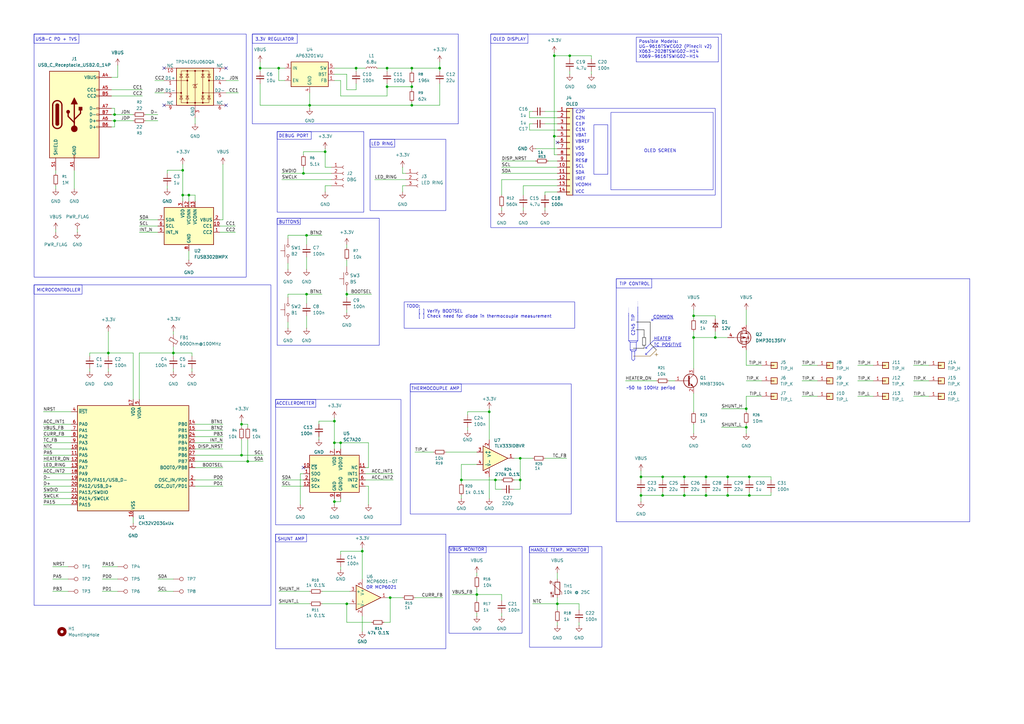
<source format=kicad_sch>
(kicad_sch
	(version 20250114)
	(generator "eeschema")
	(generator_version "9.0")
	(uuid "7095b018-eac3-4b01-b374-28e3216c4fd8")
	(paper "A3")
	
	(rectangle
		(start 113.03 219.075)
		(end 125.73 222.25)
		(stroke
			(width 0)
			(type default)
		)
		(fill
			(type none)
		)
		(uuid 1c73c902-a47e-4afe-a3a2-fdff9ad372a7)
	)
	(rectangle
		(start 113.03 163.83)
		(end 164.465 215.265)
		(stroke
			(width 0)
			(type default)
		)
		(fill
			(type none)
		)
		(uuid 25f66d05-38b5-4a17-99c1-8cad2c92cd3e)
	)
	(rectangle
		(start 13.97 13.97)
		(end 100.965 113.665)
		(stroke
			(width 0)
			(type default)
		)
		(fill
			(type none)
		)
		(uuid 34cfca7f-b72a-4261-a704-f33e6bc4b279)
	)
	(rectangle
		(start 113.03 163.83)
		(end 129.54 167.005)
		(stroke
			(width 0)
			(type default)
		)
		(fill
			(type none)
		)
		(uuid 37b1d202-d0af-4356-9cea-c5377ffdf5c6)
	)
	(rectangle
		(start 184.15 224.155)
		(end 199.39 226.695)
		(stroke
			(width 0)
			(type default)
		)
		(fill
			(type none)
		)
		(uuid 3ff5b4ba-34b9-4474-bd0b-2b540e2050a9)
	)
	(rectangle
		(start 168.275 157.48)
		(end 189.23 160.655)
		(stroke
			(width 0)
			(type default)
		)
		(fill
			(type none)
		)
		(uuid 411456a7-808a-4a99-b2e7-4b00b0660778)
	)
	(rectangle
		(start 113.665 89.535)
		(end 123.19 92.075)
		(stroke
			(width 0)
			(type default)
		)
		(fill
			(type none)
		)
		(uuid 51756553-69aa-4f9f-a31a-a60fa2c78053)
	)
	(rectangle
		(start 113.665 53.975)
		(end 149.225 86.995)
		(stroke
			(width 0)
			(type default)
		)
		(fill
			(type none)
		)
		(uuid 5ccf0a54-c09c-402b-8c12-180398bcf0c0)
	)
	(rectangle
		(start 252.73 114.3)
		(end 397.764 213.995)
		(stroke
			(width 0)
			(type default)
		)
		(fill
			(type none)
		)
		(uuid 608eefcd-9544-4ff5-9fa6-1a03cdb2edc0)
	)
	(rectangle
		(start 252.73 114.3)
		(end 267.335 118.11)
		(stroke
			(width 0)
			(type default)
		)
		(fill
			(type none)
		)
		(uuid 75245947-4db9-4c11-bcdd-4d111a323943)
	)
	(rectangle
		(start 151.765 57.15)
		(end 182.88 86.36)
		(stroke
			(width 0)
			(type default)
		)
		(fill
			(type none)
		)
		(uuid 7ca7d888-0de2-4ee4-9e02-bce99f6c7310)
	)
	(rectangle
		(start 13.97 116.84)
		(end 33.655 120.65)
		(stroke
			(width 0)
			(type default)
		)
		(fill
			(type none)
		)
		(uuid 7d5ee34c-3c30-4116-b034-575f8f5cbca0)
	)
	(rectangle
		(start 113.665 89.535)
		(end 155.575 141.605)
		(stroke
			(width 0)
			(type default)
		)
		(fill
			(type none)
		)
		(uuid 9c119ec4-7162-4594-9de4-9af2e8ac3469)
	)
	(rectangle
		(start 103.505 13.97)
		(end 121.92 17.78)
		(stroke
			(width 0)
			(type default)
		)
		(fill
			(type none)
		)
		(uuid 9d5c2b83-1ad1-4eb5-9c00-115d7cfbb819)
	)
	(rectangle
		(start 168.275 157.48)
		(end 234.315 210.82)
		(stroke
			(width 0)
			(type default)
		)
		(fill
			(type none)
		)
		(uuid a57dfd79-f7b7-44cf-be58-21e0757161fa)
	)
	(rectangle
		(start 13.97 116.84)
		(end 111.125 248.285)
		(stroke
			(width 0)
			(type default)
		)
		(fill
			(type none)
		)
		(uuid a66c837f-d550-4ad5-b67a-1a34b6eaed03)
	)
	(rectangle
		(start 250.571 46.101)
		(end 292.481 77.851)
		(stroke
			(width 0)
			(type default)
		)
		(fill
			(type none)
		)
		(uuid b323df54-646c-4c42-ac5d-c702f5da28df)
	)
	(rectangle
		(start 13.97 13.97)
		(end 32.385 17.78)
		(stroke
			(width 0)
			(type default)
		)
		(fill
			(type none)
		)
		(uuid b41c86f7-a703-4da7-9c7c-3d6f2dbdab0b)
	)
	(rectangle
		(start 217.17 224.155)
		(end 241.3 226.695)
		(stroke
			(width 0)
			(type default)
		)
		(fill
			(type none)
		)
		(uuid b798fff3-5d10-4e4c-948c-461a0845de52)
	)
	(rectangle
		(start 151.765 57.15)
		(end 161.925 60.325)
		(stroke
			(width 0)
			(type default)
		)
		(fill
			(type none)
		)
		(uuid bb60d903-b4fc-4579-917b-d8b1327cda5c)
	)
	(rectangle
		(start 234.95 44.45)
		(end 293.37 80.01)
		(stroke
			(width 0)
			(type default)
		)
		(fill
			(type none)
		)
		(uuid c7ed09f4-c5b0-447c-8527-2fd1a9942fc7)
	)
	(rectangle
		(start 201.295 13.97)
		(end 295.91 93.345)
		(stroke
			(width 0)
			(type default)
		)
		(fill
			(type none)
		)
		(uuid c86b0301-7b25-4d55-b6bd-bf1af0f3ea13)
	)
	(rectangle
		(start 243.586 51.181)
		(end 249.301 71.501)
		(stroke
			(width 0)
			(type default)
		)
		(fill
			(type none)
		)
		(uuid cc173c2c-4802-4b85-8dc1-c0ed1e2586ae)
	)
	(rectangle
		(start 184.15 224.155)
		(end 214.122 259.715)
		(stroke
			(width 0)
			(type default)
		)
		(fill
			(type none)
		)
		(uuid d2b50b41-845d-4a0b-ad88-942dbe8a9ea1)
	)
	(rectangle
		(start 113.665 53.975)
		(end 127.635 57.15)
		(stroke
			(width 0)
			(type default)
		)
		(fill
			(type none)
		)
		(uuid d42d397b-7d5e-44b0-98a1-cec60f91a733)
	)
	(rectangle
		(start 103.505 13.97)
		(end 187.96 50.8)
		(stroke
			(width 0)
			(type default)
		)
		(fill
			(type none)
		)
		(uuid d5e44070-3c31-4662-9265-15546dcb33a9)
	)
	(rectangle
		(start 217.17 224.155)
		(end 246.888 265.43)
		(stroke
			(width 0)
			(type default)
		)
		(fill
			(type none)
		)
		(uuid dc78faa3-7706-462b-aff1-ea2259b8957d)
	)
	(rectangle
		(start 201.295 13.97)
		(end 216.535 17.78)
		(stroke
			(width 0)
			(type default)
		)
		(fill
			(type none)
		)
		(uuid df873f2f-b2dc-4231-b391-da9722f3ee43)
	)
	(rectangle
		(start 113.03 219.075)
		(end 182.88 266.065)
		(stroke
			(width 0)
			(type default)
		)
		(fill
			(type none)
		)
		(uuid f4d05ad1-2d39-4c92-a424-b21a1915e749)
	)
	(text "COMMON"
		(exclude_from_sim no)
		(at 267.843 130.175 0)
		(effects
			(font
				(size 1.27 1.27)
			)
			(justify left)
		)
		(uuid "0da803d8-6a61-4b47-b3c4-8c42b4ebcdd7")
	)
	(text "~50 to 100Hz period"
		(exclude_from_sim no)
		(at 266.954 159.258 0)
		(effects
			(font
				(size 1.27 1.27)
			)
		)
		(uuid "0da88a4e-8094-41f6-a13c-7ae12789683b")
	)
	(text "3.3V REGULATOR"
		(exclude_from_sim no)
		(at 104.648 16.256 0)
		(effects
			(font
				(size 1.27 1.27)
			)
			(justify left)
		)
		(uuid "270c64e9-acc9-4bdf-adf9-51e85a7cfae3")
	)
	(text "C2N"
		(exclude_from_sim no)
		(at 235.966 48.514 0)
		(effects
			(font
				(size 1.27 1.27)
			)
			(justify left)
		)
		(uuid "303735e4-f194-4e97-9ddd-7741146e5965")
	)
	(text "OR MCP6021"
		(exclude_from_sim no)
		(at 156.464 241.046 0)
		(effects
			(font
				(size 1.27 1.27)
			)
		)
		(uuid "3b0bba77-4da6-417e-ba61-6edac674827f")
	)
	(text "USB-C PD + TVS"
		(exclude_from_sim no)
		(at 14.478 16.256 0)
		(effects
			(font
				(size 1.27 1.27)
			)
			(justify left)
		)
		(uuid "3b53ae36-2320-46df-8526-8d2b0e4cd267")
	)
	(text "BUTTONS"
		(exclude_from_sim no)
		(at 114.3 91.186 0)
		(effects
			(font
				(size 1.27 1.27)
			)
			(justify left)
		)
		(uuid "4ff0d853-92f6-4f02-aa33-1f252be5ef75")
	)
	(text "DEBUG PORT"
		(exclude_from_sim no)
		(at 114.3 55.88 0)
		(effects
			(font
				(size 1.27 1.27)
			)
			(justify left)
		)
		(uuid "5c2c7cad-81d2-418f-aeca-ca54c6312f8c")
	)
	(text "SCL"
		(exclude_from_sim no)
		(at 235.966 68.326 0)
		(effects
			(font
				(size 1.27 1.27)
			)
			(justify left)
		)
		(uuid "63c62cf3-4266-478a-9f68-199034fe5d8b")
	)
	(text "RES#"
		(exclude_from_sim no)
		(at 235.966 66.04 0)
		(effects
			(font
				(size 1.27 1.27)
			)
			(justify left)
		)
		(uuid "6ce3c0b9-bb73-4f4d-8996-df06398c02e3")
	)
	(text "C1P"
		(exclude_from_sim no)
		(at 235.966 51.054 0)
		(effects
			(font
				(size 1.27 1.27)
			)
			(justify left)
		)
		(uuid "6d196f00-fda4-408a-b16f-63e268646b7a")
	)
	(text "ACCELEROMETER"
		(exclude_from_sim no)
		(at 121.158 165.608 0)
		(effects
			(font
				(size 1.27 1.27)
			)
		)
		(uuid "6d3cce01-49eb-4036-848c-880563d726ff")
	)
	(text "HEATER"
		(exclude_from_sim no)
		(at 268.097 139.065 0)
		(effects
			(font
				(size 1.27 1.27)
			)
			(justify left)
		)
		(uuid "6f935533-365b-4490-a199-60d1f885e9c5")
	)
	(text "IREF"
		(exclude_from_sim no)
		(at 235.966 73.406 0)
		(effects
			(font
				(size 1.27 1.27)
			)
			(justify left)
		)
		(uuid "78269562-db7d-4f9c-9409-11de08793bfa")
	)
	(text "C1N"
		(exclude_from_sim no)
		(at 235.966 53.34 0)
		(effects
			(font
				(size 1.27 1.27)
			)
			(justify left)
		)
		(uuid "86eaf89d-7735-48bc-8adf-2c6d7e1c9267")
	)
	(text "C2P"
		(exclude_from_sim no)
		(at 235.966 45.974 0)
		(effects
			(font
				(size 1.27 1.27)
			)
			(justify left)
		)
		(uuid "88767c22-62f5-491f-8191-e622ce50d549")
	)
	(text "VDD"
		(exclude_from_sim no)
		(at 235.966 63.5 0)
		(effects
			(font
				(size 1.27 1.27)
			)
			(justify left)
		)
		(uuid "98ea20d6-f789-4c9a-9d2d-ddf9c4e55ce3")
	)
	(text "HANDLE TEMP. MONITOR"
		(exclude_from_sim no)
		(at 229.108 225.806 0)
		(effects
			(font
				(size 1.27 1.27)
			)
		)
		(uuid "9cf9be48-0da6-4698-b802-905b4321ec7e")
	)
	(text "TC POSITIVE"
		(exclude_from_sim no)
		(at 268.097 141.605 0)
		(effects
			(font
				(size 1.27 1.27)
			)
			(justify left)
		)
		(uuid "9da3b577-a0bb-4c33-9c3c-e8388ac87829")
	)
	(text "OLED SCREEN"
		(exclude_from_sim no)
		(at 270.764 61.976 0)
		(effects
			(font
				(size 1.27 1.27)
			)
		)
		(uuid "a7d4d929-dbaa-411d-a847-37e4617db2b8")
	)
	(text "VCC"
		(exclude_from_sim no)
		(at 235.966 78.74 0)
		(effects
			(font
				(size 1.27 1.27)
			)
			(justify left)
		)
		(uuid "c0b5be38-ee7a-4c62-b666-9455a24b9bdf")
	)
	(text "TIP CONTROL"
		(exclude_from_sim no)
		(at 254 116.586 0)
		(effects
			(font
				(size 1.27 1.27)
			)
			(justify left)
		)
		(uuid "cbc624c8-2e49-4540-b1a0-5d8227d4665c")
	)
	(text "SDA"
		(exclude_from_sim no)
		(at 235.966 70.866 0)
		(effects
			(font
				(size 1.27 1.27)
			)
			(justify left)
		)
		(uuid "d1f23843-c159-4734-816f-e3ebdc7225d4")
	)
	(text "VBREF"
		(exclude_from_sim no)
		(at 235.966 58.166 0)
		(effects
			(font
				(size 1.27 1.27)
			)
			(justify left)
		)
		(uuid "dc92fbc2-eb7d-47ac-891e-6de1528c9506")
	)
	(text "SHUNT AMP"
		(exclude_from_sim no)
		(at 119.38 221.234 0)
		(effects
			(font
				(size 1.27 1.27)
			)
		)
		(uuid "df820a8a-db2f-421f-9d16-371dee1814e3")
	)
	(text "OLED DISPLAY"
		(exclude_from_sim no)
		(at 202.184 16.256 0)
		(effects
			(font
				(size 1.27 1.27)
			)
			(justify left)
		)
		(uuid "e1182865-9cf6-484e-b369-4d8124243a24")
	)
	(text "VBAT"
		(exclude_from_sim no)
		(at 235.966 55.626 0)
		(effects
			(font
				(size 1.27 1.27)
			)
			(justify left)
		)
		(uuid "e5136794-6a5a-4728-b4d0-e47266a8ec2c")
	)
	(text "VSS"
		(exclude_from_sim no)
		(at 235.966 60.96 0)
		(effects
			(font
				(size 1.27 1.27)
			)
			(justify left)
		)
		(uuid "e5277a5c-1568-43ec-ab65-5c403a9ddad3")
	)
	(text "VCOMH"
		(exclude_from_sim no)
		(at 235.966 75.946 0)
		(effects
			(font
				(size 1.27 1.27)
			)
			(justify left)
		)
		(uuid "e677c7ab-e79d-4a1c-8a88-4a56ca5d6b79")
	)
	(text "THERMOCOUPLE AMP"
		(exclude_from_sim no)
		(at 178.562 159.512 0)
		(effects
			(font
				(size 1.27 1.27)
			)
		)
		(uuid "e865e2d4-df9a-47d7-8bc3-1d543675c813")
	)
	(text "C245 TIP"
		(exclude_from_sim no)
		(at 259.715 133.477 90)
		(effects
			(font
				(size 1.27 1.27)
			)
		)
		(uuid "ec1ed9c1-072b-4c68-8764-5736b7bc8d68")
	)
	(text "LED RING"
		(exclude_from_sim no)
		(at 156.718 59.182 0)
		(effects
			(font
				(size 1.27 1.27)
			)
		)
		(uuid "eebaafe7-13f6-4495-a884-67f3bb5c6ce1")
	)
	(text "MICROCONTROLLER"
		(exclude_from_sim no)
		(at 14.986 119.126 0)
		(effects
			(font
				(size 1.27 1.27)
			)
			(justify left)
		)
		(uuid "f4202bbd-17db-406a-9b6f-417fe43fdaab")
	)
	(text "VBUS MONITOR"
		(exclude_from_sim no)
		(at 191.516 225.552 0)
		(effects
			(font
				(size 1.27 1.27)
			)
		)
		(uuid "f741b2f1-f711-4456-aa2d-f19417092858")
	)
	(text_box "TODO:\n	[ ] Verify BOOTSEL\n	[ ] Check need for diode in thermocouple measurement\n"
		(exclude_from_sim no)
		(at 165.7422 123.8251 0)
		(size 69.9698 10.7949)
		(margins 0.9525 0.9525 0.9525 0.9525)
		(stroke
			(width 0)
			(type solid)
		)
		(fill
			(type none)
		)
		(effects
			(font
				(size 1.27 1.27)
			)
			(justify left top)
		)
		(uuid "1e18a4a2-674d-4a0b-8ddc-8ad59a0aa3d5")
	)
	(text_box "Possible Models:\nUG-9616TSWCG02 (Pinecil v2)\nX063-2028TSWIG02-H14\nX069-9616TSWIG02-H14"
		(exclude_from_sim no)
		(at 260.985 15.24 0)
		(size 33.655 10.16)
		(margins 0.9525 0.9525 0.9525 0.9525)
		(stroke
			(width 0)
			(type solid)
		)
		(fill
			(type none)
		)
		(effects
			(font
				(size 1.27 1.27)
			)
			(justify left top)
		)
		(uuid "aff1d92e-7948-41af-95d4-eec0b0d11729")
	)
	(junction
		(at 262.89 195.58)
		(diameter 0)
		(color 0 0 0 0)
		(uuid "0249d269-810c-4792-bcad-62c507e2feae")
	)
	(junction
		(at 146.05 27.94)
		(diameter 0)
		(color 0 0 0 0)
		(uuid "0acd8611-5527-40f7-90a3-5c60d1adc1d0")
	)
	(junction
		(at 148.59 226.06)
		(diameter 0)
		(color 0 0 0 0)
		(uuid "0b83f2c9-b8b1-424d-9ef9-aa8bc46ee63d")
	)
	(junction
		(at 306.07 175.26)
		(diameter 0)
		(color 0 0 0 0)
		(uuid "2291a0a5-37d0-487d-857a-7dd7fc52b1a3")
	)
	(junction
		(at 99.06 173.99)
		(diameter 0)
		(color 0 0 0 0)
		(uuid "22bc19a2-e590-4ae5-87e1-2c346112c753")
	)
	(junction
		(at 293.37 138.43)
		(diameter 0)
		(color 0 0 0 0)
		(uuid "33f31390-ba39-49b6-9e3c-1bb22f4077cb")
	)
	(junction
		(at 101.6 189.23)
		(diameter 0)
		(color 0 0 0 0)
		(uuid "39afbb62-f4d9-47c5-b1ec-6bf8308a9b0e")
	)
	(junction
		(at 298.45 195.58)
		(diameter 0)
		(color 0 0 0 0)
		(uuid "3e104a1b-7253-4537-8264-1c669770fc55")
	)
	(junction
		(at 200.66 168.91)
		(diameter 0)
		(color 0 0 0 0)
		(uuid "3f9bcc33-18ad-48ec-8047-f514eddb9bd3")
	)
	(junction
		(at 262.89 203.2)
		(diameter 0)
		(color 0 0 0 0)
		(uuid "43942d84-b87b-4f4a-adb8-d0b0fad21d24")
	)
	(junction
		(at 189.23 196.85)
		(diameter 0)
		(color 0 0 0 0)
		(uuid "4793f579-9960-4fea-a983-16516b9a6a74")
	)
	(junction
		(at 158.75 27.94)
		(diameter 0)
		(color 0 0 0 0)
		(uuid "4e457d4d-37fd-4b51-a420-85ebb8dc04c5")
	)
	(junction
		(at 289.56 203.2)
		(diameter 0)
		(color 0 0 0 0)
		(uuid "4fb70dd2-3e99-400e-97c5-a12f82607ede")
	)
	(junction
		(at 195.58 243.84)
		(diameter 0)
		(color 0 0 0 0)
		(uuid "5171e2df-ff89-449d-9837-899c8a33b75c")
	)
	(junction
		(at 307.34 203.2)
		(diameter 0)
		(color 0 0 0 0)
		(uuid "55503a9c-b6b6-4187-8267-b69ed226b524")
	)
	(junction
		(at 284.48 138.43)
		(diameter 0)
		(color 0 0 0 0)
		(uuid "55c48a4e-b496-4df9-98f9-8a2a30715d30")
	)
	(junction
		(at 168.91 35.56)
		(diameter 0)
		(color 0 0 0 0)
		(uuid "57d2e74f-9c65-42d1-a47a-8230db07f92e")
	)
	(junction
		(at 137.16 181.61)
		(diameter 0)
		(color 0 0 0 0)
		(uuid "589eff9d-eed1-4df5-98d6-26b7c768b426")
	)
	(junction
		(at 142.24 247.65)
		(diameter 0)
		(color 0 0 0 0)
		(uuid "5c6565bc-3073-4b42-a446-7197b95e4ab3")
	)
	(junction
		(at 46.99 49.53)
		(diameter 0)
		(color 0 0 0 0)
		(uuid "5e8d1cf7-167e-4030-9f28-7c115ea5395b")
	)
	(junction
		(at 227.33 55.88)
		(diameter 0)
		(color 0 0 0 0)
		(uuid "5fbb3de9-86ee-49ad-a284-eb55f1cc692a")
	)
	(junction
		(at 168.91 43.18)
		(diameter 0)
		(color 0 0 0 0)
		(uuid "660d2309-d1aa-4d86-b95c-854e50c0a293")
	)
	(junction
		(at 168.91 27.94)
		(diameter 0)
		(color 0 0 0 0)
		(uuid "691dc945-779c-4911-8f56-5300f4d58275")
	)
	(junction
		(at 306.07 167.64)
		(diameter 0)
		(color 0 0 0 0)
		(uuid "6fbc3f89-b162-4bd3-8f98-3e6c706f1c03")
	)
	(junction
		(at 233.68 22.86)
		(diameter 0)
		(color 0 0 0 0)
		(uuid "73b54f8a-8892-4f5c-ad2f-0a2e6cc384c3")
	)
	(junction
		(at 203.2 196.85)
		(diameter 0)
		(color 0 0 0 0)
		(uuid "77d052f3-f174-4ac4-b7f3-74fd8cd4f0e2")
	)
	(junction
		(at 228.6 247.65)
		(diameter 0)
		(color 0 0 0 0)
		(uuid "77d1a2e0-538e-4917-8463-902112f9887a")
	)
	(junction
		(at 280.67 195.58)
		(diameter 0)
		(color 0 0 0 0)
		(uuid "79c391a9-2d95-4c3e-a922-b7e1f89f8cb2")
	)
	(junction
		(at 137.16 172.72)
		(diameter 0)
		(color 0 0 0 0)
		(uuid "84b1d133-5555-4f34-9259-4c4a00397909")
	)
	(junction
		(at 158.75 35.56)
		(diameter 0)
		(color 0 0 0 0)
		(uuid "85eb43cd-2fb7-4c1a-b0ce-7e338a2da686")
	)
	(junction
		(at 213.36 196.85)
		(diameter 0)
		(color 0 0 0 0)
		(uuid "879d8513-8c12-4c71-805b-cfd0566ce6a8")
	)
	(junction
		(at 271.78 203.2)
		(diameter 0)
		(color 0 0 0 0)
		(uuid "87dc4b49-25de-4f6d-adf7-8941fa901f8f")
	)
	(junction
		(at 99.06 186.69)
		(diameter 0)
		(color 0 0 0 0)
		(uuid "8f91cdd6-9b8f-41e7-aba5-783e4c94f1c2")
	)
	(junction
		(at 227.33 22.86)
		(diameter 0)
		(color 0 0 0 0)
		(uuid "9531702c-c6a6-4297-8a10-64a5c6fc90b3")
	)
	(junction
		(at 271.78 195.58)
		(diameter 0)
		(color 0 0 0 0)
		(uuid "963b4dc5-29f7-4f14-9341-7b3162f2c358")
	)
	(junction
		(at 289.56 195.58)
		(diameter 0)
		(color 0 0 0 0)
		(uuid "98b3589f-4017-4aba-83b6-53982e3e5cd4")
	)
	(junction
		(at 44.45 144.78)
		(diameter 0)
		(color 0 0 0 0)
		(uuid "9fa2ea7a-f50f-4f59-8f6e-1d8cc4b4f22f")
	)
	(junction
		(at 74.93 80.01)
		(diameter 0)
		(color 0 0 0 0)
		(uuid "a102cd63-af1a-49b4-9201-df06578d4c1f")
	)
	(junction
		(at 213.36 187.96)
		(diameter 0)
		(color 0 0 0 0)
		(uuid "aff6f7cf-f995-4965-9b70-2f6e1afd3257")
	)
	(junction
		(at 298.45 203.2)
		(diameter 0)
		(color 0 0 0 0)
		(uuid "ba3cb80e-2f56-46b8-a675-0ffd9ff134a3")
	)
	(junction
		(at 125.73 120.65)
		(diameter 0)
		(color 0 0 0 0)
		(uuid "bf198e04-4a01-4230-877f-f1ab43f756f2")
	)
	(junction
		(at 71.12 144.78)
		(diameter 0)
		(color 0 0 0 0)
		(uuid "cbafbc4a-ea32-4bc2-8303-c740f3149d9b")
	)
	(junction
		(at 127 43.18)
		(diameter 0)
		(color 0 0 0 0)
		(uuid "d049456d-20ee-4308-a384-c295c5fb64a1")
	)
	(junction
		(at 77.47 80.01)
		(diameter 0)
		(color 0 0 0 0)
		(uuid "d075905e-0ee9-4e4e-bc8b-46248e59d6b7")
	)
	(junction
		(at 160.02 245.11)
		(diameter 0)
		(color 0 0 0 0)
		(uuid "d120f155-c747-46db-85bd-012ff6f955e2")
	)
	(junction
		(at 137.16 205.74)
		(diameter 0)
		(color 0 0 0 0)
		(uuid "d3c0ec6c-e13a-496a-ad1c-ba60afc46b96")
	)
	(junction
		(at 46.99 46.99)
		(diameter 0)
		(color 0 0 0 0)
		(uuid "d3cb3929-1383-43bf-9aa0-8d6179547879")
	)
	(junction
		(at 125.73 96.52)
		(diameter 0)
		(color 0 0 0 0)
		(uuid "d8814552-a2c0-4a06-a6ac-aee6b3d4aa8f")
	)
	(junction
		(at 74.93 69.85)
		(diameter 0)
		(color 0 0 0 0)
		(uuid "dced1970-c9d1-4fca-aa68-57578fbeec87")
	)
	(junction
		(at 133.35 62.23)
		(diameter 0)
		(color 0 0 0 0)
		(uuid "dd645f38-5944-4257-9764-2d12bcf783d9")
	)
	(junction
		(at 124.46 71.12)
		(diameter 0)
		(color 0 0 0 0)
		(uuid "e0c9883b-d031-4a61-9fde-76739f501e2c")
	)
	(junction
		(at 114.3 27.94)
		(diameter 0)
		(color 0 0 0 0)
		(uuid "e80bc681-7695-43f3-a2bd-d411c7e86409")
	)
	(junction
		(at 139.7 181.61)
		(diameter 0)
		(color 0 0 0 0)
		(uuid "ea9ea449-1699-40d7-8a1c-89a1d2111f96")
	)
	(junction
		(at 280.67 203.2)
		(diameter 0)
		(color 0 0 0 0)
		(uuid "ebc86db2-2764-4df6-9433-ecced69310ed")
	)
	(junction
		(at 307.34 195.58)
		(diameter 0)
		(color 0 0 0 0)
		(uuid "ed52385f-ebdf-4c3e-aebe-022c47113848")
	)
	(junction
		(at 180.34 27.94)
		(diameter 0)
		(color 0 0 0 0)
		(uuid "efddc068-f25b-4568-b3c6-1c6aa0f4c97e")
	)
	(junction
		(at 106.68 27.94)
		(diameter 0)
		(color 0 0 0 0)
		(uuid "f1df4cab-d95d-4e21-b204-cc5686c3ccd2")
	)
	(junction
		(at 284.48 129.54)
		(diameter 0)
		(color 0 0 0 0)
		(uuid "f745564c-7281-4805-96bb-d0a077864026")
	)
	(junction
		(at 142.24 120.65)
		(diameter 0)
		(color 0 0 0 0)
		(uuid "fe9b1f2a-8aec-4aa7-8489-1f83d22307ee")
	)
	(no_connect
		(at 92.71 43.18)
		(uuid "46b4ccbc-24ab-4899-8505-9a1bc9336197")
	)
	(no_connect
		(at 67.31 27.94)
		(uuid "613b3790-5218-413f-a343-e26aa4ea4b95")
	)
	(no_connect
		(at 228.6 58.42)
		(uuid "8d801d13-32fe-4e34-8cc5-b8a86a497023")
	)
	(no_connect
		(at 124.46 191.77)
		(uuid "bb17c601-45a1-4eb6-aaaf-eada3efdd523")
	)
	(no_connect
		(at 67.31 43.18)
		(uuid "c9b41e3a-80a4-4410-be4c-91975e86700a")
	)
	(no_connect
		(at 92.71 27.94)
		(uuid "e9fc4535-1911-4390-b5e2-c282d53c9319")
	)
	(wire
		(pts
			(xy 99.06 186.69) (xy 107.95 186.69)
		)
		(stroke
			(width 0)
			(type default)
		)
		(uuid "00dc7f33-0b4e-4099-8479-24293b9aabac")
	)
	(wire
		(pts
			(xy 306.07 175.26) (xy 306.07 177.8)
		)
		(stroke
			(width 0)
			(type default)
		)
		(uuid "00efba34-a0a6-4a06-bee9-86347cae1ad9")
	)
	(wire
		(pts
			(xy 149.86 196.85) (xy 161.29 196.85)
		)
		(stroke
			(width 0)
			(type default)
		)
		(uuid "0156bf95-e162-433c-99c7-904c2f68448d")
	)
	(wire
		(pts
			(xy 312.42 162.56) (xy 306.07 162.56)
		)
		(stroke
			(width 0)
			(type default)
		)
		(uuid "01731df4-405d-4159-8024-ddbfe44e4824")
	)
	(wire
		(pts
			(xy 180.34 25.4) (xy 180.34 27.94)
		)
		(stroke
			(width 0)
			(type default)
		)
		(uuid "0280334b-627a-4233-a676-012a207d9298")
	)
	(wire
		(pts
			(xy 123.19 194.31) (xy 124.46 194.31)
		)
		(stroke
			(width 0)
			(type default)
		)
		(uuid "03f9526b-c252-4cea-a8ec-81306ff6df76")
	)
	(wire
		(pts
			(xy 63.5 38.1) (xy 67.31 38.1)
		)
		(stroke
			(width 0)
			(type default)
		)
		(uuid "057a48eb-9b1d-42a5-bf44-6985b9321748")
	)
	(wire
		(pts
			(xy 160.02 255.27) (xy 160.02 245.11)
		)
		(stroke
			(width 0)
			(type default)
		)
		(uuid "05e89aa4-84da-405d-a1af-2a2d87ad272b")
	)
	(polyline
		(pts
			(xy 267.335 131.445) (xy 267.97 131.445)
		)
		(stroke
			(width 0)
			(type default)
		)
		(uuid "061e75a6-db12-4875-bb49-acc7a02aa4eb")
	)
	(wire
		(pts
			(xy 227.33 55.88) (xy 228.6 55.88)
		)
		(stroke
			(width 0)
			(type default)
		)
		(uuid "06a39b25-e5c0-48bf-8f66-6ff9e46efda7")
	)
	(wire
		(pts
			(xy 284.48 127) (xy 284.48 129.54)
		)
		(stroke
			(width 0)
			(type default)
		)
		(uuid "07213a78-02ed-408a-8a81-3c765c5554db")
	)
	(polyline
		(pts
			(xy 266.7 132.08) (xy 266.7 140.97)
		)
		(stroke
			(width 0)
			(type solid)
			(color 0 0 0 1)
		)
		(uuid "076917fa-25ee-47d3-b2b0-165b02f01f24")
	)
	(wire
		(pts
			(xy 68.58 69.85) (xy 74.93 69.85)
		)
		(stroke
			(width 0)
			(type default)
		)
		(uuid "088c7699-190e-4234-9815-fffe11d5ef7a")
	)
	(wire
		(pts
			(xy 68.58 76.2) (xy 68.58 77.47)
		)
		(stroke
			(width 0)
			(type default)
		)
		(uuid "090443bb-96fb-4f06-ac72-191a7f6e15f4")
	)
	(wire
		(pts
			(xy 96.52 95.25) (xy 90.17 95.25)
		)
		(stroke
			(width 0)
			(type default)
		)
		(uuid "091df10a-a778-479d-8cbf-324751cb3cc5")
	)
	(wire
		(pts
			(xy 115.57 199.39) (xy 124.46 199.39)
		)
		(stroke
			(width 0)
			(type default)
		)
		(uuid "093a4bfc-aabd-4586-948a-1580d9afeffa")
	)
	(wire
		(pts
			(xy 45.72 36.83) (xy 58.42 36.83)
		)
		(stroke
			(width 0)
			(type default)
		)
		(uuid "098337dc-d67f-4f92-9e59-aa0530495823")
	)
	(wire
		(pts
			(xy 374.65 149.86) (xy 381 149.86)
		)
		(stroke
			(width 0)
			(type default)
		)
		(uuid "0b3b1be4-2c7f-47f2-886c-9ff27992e090")
	)
	(wire
		(pts
			(xy 237.49 247.65) (xy 228.6 247.65)
		)
		(stroke
			(width 0)
			(type default)
		)
		(uuid "0b4a8b97-8014-479a-a3ac-97bbd47fcdf1")
	)
	(wire
		(pts
			(xy 132.08 247.65) (xy 142.24 247.65)
		)
		(stroke
			(width 0)
			(type default)
		)
		(uuid "0cad2886-a2e2-49af-b1ff-94b34171dd68")
	)
	(wire
		(pts
			(xy 80.01 184.15) (xy 91.44 184.15)
		)
		(stroke
			(width 0)
			(type default)
		)
		(uuid "0d0fb7d8-cf76-4ea3-b43e-0043f449d33e")
	)
	(wire
		(pts
			(xy 106.68 34.29) (xy 106.68 43.18)
		)
		(stroke
			(width 0)
			(type default)
		)
		(uuid "0d1da041-1604-484f-8588-64418e6780df")
	)
	(polyline
		(pts
			(xy 272.415 142.24) (xy 279.4 142.24)
		)
		(stroke
			(width 0)
			(type default)
		)
		(uuid "0efdd063-1445-49ad-b269-05e1548bd623")
	)
	(wire
		(pts
			(xy 17.78 191.77) (xy 29.21 191.77)
		)
		(stroke
			(width 0)
			(type default)
		)
		(uuid "0f968ad1-38fa-43f3-a9ca-eaab57060db2")
	)
	(wire
		(pts
			(xy 214.63 85.09) (xy 214.63 86.36)
		)
		(stroke
			(width 0)
			(type default)
		)
		(uuid "0fdf5b0f-14a7-4ff5-aee8-91dcf3e80430")
	)
	(wire
		(pts
			(xy 168.91 35.56) (xy 158.75 35.56)
		)
		(stroke
			(width 0)
			(type default)
		)
		(uuid "1190a964-f3bd-43e5-a242-6444d80cf4b2")
	)
	(polyline
		(pts
			(xy 259.715 146.05) (xy 266.7 146.05)
		)
		(stroke
			(width 0)
			(type solid)
			(color 128 77 0 1)
		)
		(uuid "11cf35b8-cd1b-4b18-8246-50d401672c42")
	)
	(wire
		(pts
			(xy 189.23 196.85) (xy 189.23 190.5)
		)
		(stroke
			(width 0)
			(type default)
		)
		(uuid "12f02fb2-28a7-4766-ae13-424545151178")
	)
	(wire
		(pts
			(xy 137.16 181.61) (xy 137.16 184.15)
		)
		(stroke
			(width 0)
			(type default)
		)
		(uuid "135c080a-b87a-42f2-bd23-e8f54c5ee6c7")
	)
	(wire
		(pts
			(xy 165.1 78.74) (xy 165.1 76.2)
		)
		(stroke
			(width 0)
			(type default)
		)
		(uuid "13a8fbae-4055-4538-a775-7561035458e6")
	)
	(wire
		(pts
			(xy 189.23 196.85) (xy 203.2 196.85)
		)
		(stroke
			(width 0)
			(type default)
		)
		(uuid "13e7537a-edd6-43d5-8bb0-f6eb3d491016")
	)
	(wire
		(pts
			(xy 213.36 196.85) (xy 213.36 187.96)
		)
		(stroke
			(width 0)
			(type default)
		)
		(uuid "1427c6b1-5293-499b-9663-f54121cc8ca4")
	)
	(wire
		(pts
			(xy 48.26 31.75) (xy 48.26 26.67)
		)
		(stroke
			(width 0)
			(type default)
		)
		(uuid "14b83c6b-fa77-4ec1-b020-d89f490dd1db")
	)
	(wire
		(pts
			(xy 298.45 201.93) (xy 298.45 203.2)
		)
		(stroke
			(width 0)
			(type default)
		)
		(uuid "14f4beaa-5919-48a6-bf5e-868152fe82b7")
	)
	(wire
		(pts
			(xy 289.56 195.58) (xy 289.56 196.85)
		)
		(stroke
			(width 0)
			(type default)
		)
		(uuid "154f7824-5e3a-4df6-a265-e8ad4cf18628")
	)
	(wire
		(pts
			(xy 284.48 129.54) (xy 284.48 130.81)
		)
		(stroke
			(width 0)
			(type default)
		)
		(uuid "168f3109-c853-4869-ab24-7341dc21232b")
	)
	(wire
		(pts
			(xy 200.66 167.64) (xy 200.66 168.91)
		)
		(stroke
			(width 0)
			(type default)
		)
		(uuid "16a235b6-6479-41c3-934b-5990cd87fafe")
	)
	(wire
		(pts
			(xy 227.33 55.88) (xy 227.33 63.5)
		)
		(stroke
			(width 0)
			(type default)
		)
		(uuid "16a6ad92-1a6b-4d2b-93f1-5652f5947dbb")
	)
	(wire
		(pts
			(xy 168.91 29.21) (xy 168.91 27.94)
		)
		(stroke
			(width 0)
			(type default)
		)
		(uuid "16beecb1-a5ab-433f-9aa9-d5c8af0be23d")
	)
	(polyline
		(pts
			(xy 268.605 145.415) (xy 269.875 145.415)
		)
		(stroke
			(width 0)
			(type solid)
			(color 128 77 0 1)
		)
		(uuid "17532791-aaa0-48e6-a3d3-84b5cfe2ffdf")
	)
	(wire
		(pts
			(xy 306.07 127) (xy 306.07 133.35)
		)
		(stroke
			(width 0)
			(type default)
		)
		(uuid "1795c9ec-558c-4688-8727-fb618bb19c4d")
	)
	(wire
		(pts
			(xy 41.91 242.57) (xy 48.26 242.57)
		)
		(stroke
			(width 0)
			(type default)
		)
		(uuid "17c09d63-4f8c-4d97-9c64-a3bd4dd82600")
	)
	(wire
		(pts
			(xy 45.72 52.07) (xy 46.99 52.07)
		)
		(stroke
			(width 0)
			(type default)
		)
		(uuid "18438b3a-827e-4972-b4d2-e39627126fd2")
	)
	(wire
		(pts
			(xy 17.78 186.69) (xy 29.21 186.69)
		)
		(stroke
			(width 0)
			(type default)
		)
		(uuid "185cc638-609c-4acf-9a83-434d47f9bece")
	)
	(wire
		(pts
			(xy 328.93 149.86) (xy 335.28 149.86)
		)
		(stroke
			(width 0)
			(type default)
		)
		(uuid "186284b8-bd67-4889-90c2-387a38831a45")
	)
	(wire
		(pts
			(xy 118.11 107.95) (xy 118.11 110.49)
		)
		(stroke
			(width 0)
			(type default)
		)
		(uuid "1a08e192-3ede-459c-841e-9f0c19ec1e3e")
	)
	(wire
		(pts
			(xy 17.78 201.93) (xy 29.21 201.93)
		)
		(stroke
			(width 0)
			(type default)
		)
		(uuid "1a675778-1e38-4114-a392-a674b2dc8fa9")
	)
	(wire
		(pts
			(xy 71.12 135.89) (xy 71.12 137.16)
		)
		(stroke
			(width 0)
			(type default)
		)
		(uuid "1ae0b9e3-10e0-4c50-8291-792664f6f6ce")
	)
	(wire
		(pts
			(xy 101.6 175.26) (xy 101.6 173.99)
		)
		(stroke
			(width 0)
			(type default)
		)
		(uuid "1beeb275-c1cd-4b8f-a12a-830eb9c2286d")
	)
	(wire
		(pts
			(xy 80.01 199.39) (xy 91.44 199.39)
		)
		(stroke
			(width 0)
			(type default)
		)
		(uuid "1c31a3a0-71be-4869-aecb-fe7720f70370")
	)
	(polyline
		(pts
			(xy 264.16 137.16) (xy 264.16 138.43)
		)
		(stroke
			(width 0)
			(type solid)
			(color 0 0 0 1)
		)
		(uuid "1cb32bb3-76dc-4823-be3a-ee1c82fb9d6e")
	)
	(wire
		(pts
			(xy 351.79 162.56) (xy 358.14 162.56)
		)
		(stroke
			(width 0)
			(type default)
		)
		(uuid "1cf9f715-8924-4551-8321-2cb14bcb7a4b")
	)
	(wire
		(pts
			(xy 168.91 43.18) (xy 127 43.18)
		)
		(stroke
			(width 0)
			(type default)
		)
		(uuid "1efe1ac7-40f4-4f17-9d42-17e1c9f0de6b")
	)
	(polyline
		(pts
			(xy 267.335 131.445) (xy 267.97 130.81)
		)
		(stroke
			(width 0)
			(type default)
		)
		(uuid "1fc62f63-6cba-4ff0-930d-1f292e0bfa84")
	)
	(wire
		(pts
			(xy 80.01 181.61) (xy 91.44 181.61)
		)
		(stroke
			(width 0)
			(type default)
		)
		(uuid "1fd72b09-6ab8-4dc4-8f0b-ca67c9a74253")
	)
	(wire
		(pts
			(xy 68.58 71.12) (xy 68.58 69.85)
		)
		(stroke
			(width 0)
			(type default)
		)
		(uuid "202b5c7b-0b11-4522-bc46-256551c46d63")
	)
	(wire
		(pts
			(xy 116.84 27.94) (xy 114.3 27.94)
		)
		(stroke
			(width 0)
			(type default)
		)
		(uuid "202f5003-0a48-4fcb-962b-eb5d0b2eea8c")
	)
	(wire
		(pts
			(xy 306.07 149.86) (xy 312.42 149.86)
		)
		(stroke
			(width 0)
			(type default)
		)
		(uuid "206812ad-99c8-4641-84e7-7df86ad62159")
	)
	(polyline
		(pts
			(xy 257.81 139.7) (xy 261.62 139.7)
		)
		(stroke
			(width 0)
			(type default)
		)
		(uuid "20c289f8-34a5-48ed-8d32-b4b9e5521011")
	)
	(wire
		(pts
			(xy 77.47 102.87) (xy 77.47 106.68)
		)
		(stroke
			(width 0)
			(type default)
		)
		(uuid "21a2f101-e4da-4991-a949-92df212cf85b")
	)
	(wire
		(pts
			(xy 205.74 251.46) (xy 205.74 252.73)
		)
		(stroke
			(width 0)
			(type default)
		)
		(uuid "21bbd215-45b4-4860-8d1a-f2e25c043882")
	)
	(polyline
		(pts
			(xy 267.97 130.81) (xy 276.225 130.81)
		)
		(stroke
			(width 0)
			(type default)
		)
		(uuid "225ad2a0-3f91-4b41-b14c-33002ef325b8")
	)
	(wire
		(pts
			(xy 180.34 43.18) (xy 168.91 43.18)
		)
		(stroke
			(width 0)
			(type default)
		)
		(uuid "228d2b28-0e5e-4a0f-9a64-60ca034456d5")
	)
	(wire
		(pts
			(xy 22.86 69.85) (xy 22.86 71.12)
		)
		(stroke
			(width 0)
			(type default)
		)
		(uuid "22ceb097-bc74-4764-aecd-0b980944d711")
	)
	(wire
		(pts
			(xy 306.07 156.21) (xy 312.42 156.21)
		)
		(stroke
			(width 0)
			(type default)
		)
		(uuid "234d1ba8-847a-498b-b1ae-e4eb0f0e2c2e")
	)
	(polyline
		(pts
			(xy 266.7 146.05) (xy 269.24 143.51)
		)
		(stroke
			(width 0)
			(type solid)
			(color 128 77 0 1)
		)
		(uuid "23b27315-c748-4e5f-bfe8-f12b825cfb87")
	)
	(wire
		(pts
			(xy 298.45 195.58) (xy 307.34 195.58)
		)
		(stroke
			(width 0)
			(type default)
		)
		(uuid "241d78ea-2de2-4188-aaa5-4924dd6609f2")
	)
	(wire
		(pts
			(xy 168.91 34.29) (xy 168.91 35.56)
		)
		(stroke
			(width 0)
			(type default)
		)
		(uuid "24d5a81f-7436-4451-bff0-11fbe42d2c28")
	)
	(wire
		(pts
			(xy 374.65 162.56) (xy 381 162.56)
		)
		(stroke
			(width 0)
			(type default)
		)
		(uuid "2616a777-c896-4d19-9dd1-44f1b40faa16")
	)
	(wire
		(pts
			(xy 262.89 201.93) (xy 262.89 203.2)
		)
		(stroke
			(width 0)
			(type default)
		)
		(uuid "262148e9-abf9-4df4-8abe-6bc1166237b2")
	)
	(wire
		(pts
			(xy 125.73 120.65) (xy 132.08 120.65)
		)
		(stroke
			(width 0)
			(type default)
		)
		(uuid "27851202-de10-4bda-a7a1-86d90d3431e9")
	)
	(wire
		(pts
			(xy 118.11 132.08) (xy 118.11 134.62)
		)
		(stroke
			(width 0)
			(type default)
		)
		(uuid "281d0dee-0d42-447c-96a0-518527b352a7")
	)
	(wire
		(pts
			(xy 351.79 156.21) (xy 358.14 156.21)
		)
		(stroke
			(width 0)
			(type default)
		)
		(uuid "28258bd8-18c4-469b-be71-ef9ab42f0cf4")
	)
	(wire
		(pts
			(xy 205.74 200.66) (xy 203.2 200.66)
		)
		(stroke
			(width 0)
			(type default)
		)
		(uuid "28f9a714-ce47-4a87-9eba-39a2e1e51e21")
	)
	(wire
		(pts
			(xy 158.75 39.37) (xy 139.7 39.37)
		)
		(stroke
			(width 0)
			(type default)
		)
		(uuid "296133f5-2a32-47e9-994c-67f3c4c032fa")
	)
	(wire
		(pts
			(xy 46.99 44.45) (xy 46.99 46.99)
		)
		(stroke
			(width 0)
			(type default)
		)
		(uuid "2b6c7f04-a093-4524-90eb-496f9f787527")
	)
	(wire
		(pts
			(xy 205.74 73.66) (xy 205.74 80.01)
		)
		(stroke
			(width 0)
			(type default)
		)
		(uuid "2c6750b6-74c7-4d32-8f14-8af4353a5366")
	)
	(wire
		(pts
			(xy 127 43.18) (xy 127 44.45)
		)
		(stroke
			(width 0)
			(type default)
		)
		(uuid "2caf9a90-c3fc-4061-b393-2a0dec203c07")
	)
	(wire
		(pts
			(xy 289.56 195.58) (xy 298.45 195.58)
		)
		(stroke
			(width 0)
			(type default)
		)
		(uuid "2d9677a5-5e87-4fa5-92ae-254525c90d11")
	)
	(wire
		(pts
			(xy 295.91 167.64) (xy 306.07 167.64)
		)
		(stroke
			(width 0)
			(type default)
		)
		(uuid "2e207b01-b6b8-4e84-83f3-c99a6be18cf3")
	)
	(wire
		(pts
			(xy 118.11 121.92) (xy 118.11 120.65)
		)
		(stroke
			(width 0)
			(type default)
		)
		(uuid "2ee4ebfa-2b1b-4192-baa0-8298861d736b")
	)
	(wire
		(pts
			(xy 45.72 31.75) (xy 48.26 31.75)
		)
		(stroke
			(width 0)
			(type default)
		)
		(uuid "2f68ac55-2ae3-4fdc-bcfb-21f448f1abfc")
	)
	(wire
		(pts
			(xy 17.78 194.31) (xy 29.21 194.31)
		)
		(stroke
			(width 0)
			(type default)
		)
		(uuid "2fdf26ff-e34d-47ed-b024-4ecb4d28caf6")
	)
	(wire
		(pts
			(xy 137.16 171.45) (xy 137.16 172.72)
		)
		(stroke
			(width 0)
			(type default)
		)
		(uuid "2ff8f590-a0dd-4986-b523-e06c9b3827a0")
	)
	(polyline
		(pts
			(xy 257.81 126.365) (xy 257.81 128.27)
		)
		(stroke
			(width 0)
			(type dot)
		)
		(uuid "30942881-eef2-4f32-b0ca-a19e1cdb685d")
	)
	(wire
		(pts
			(xy 133.35 68.58) (xy 133.35 62.23)
		)
		(stroke
			(width 0)
			(type default)
		)
		(uuid "3096bc9d-6be7-44be-98b5-33a16aea1377")
	)
	(wire
		(pts
			(xy 146.05 36.83) (xy 142.24 36.83)
		)
		(stroke
			(width 0)
			(type default)
		)
		(uuid "326fcbeb-6568-414a-bae2-3482d5ca26c6")
	)
	(wire
		(pts
			(xy 99.06 180.34) (xy 99.06 186.69)
		)
		(stroke
			(width 0)
			(type default)
		)
		(uuid "3355cf20-4f86-473a-8cad-ce6847f6a0c1")
	)
	(wire
		(pts
			(xy 130.81 173.99) (xy 130.81 172.72)
		)
		(stroke
			(width 0)
			(type default)
		)
		(uuid "34170387-03a3-4d7d-9f6a-9db512b2f47f")
	)
	(wire
		(pts
			(xy 139.7 226.06) (xy 148.59 226.06)
		)
		(stroke
			(width 0)
			(type default)
		)
		(uuid "345fd9b9-1984-433d-a9e0-ef9f08691e20")
	)
	(wire
		(pts
			(xy 124.46 68.58) (xy 124.46 71.12)
		)
		(stroke
			(width 0)
			(type default)
		)
		(uuid "3489d8e5-ab2a-461f-baae-51519db62919")
	)
	(wire
		(pts
			(xy 142.24 106.68) (xy 142.24 109.22)
		)
		(stroke
			(width 0)
			(type default)
		)
		(uuid "354a48c2-fb32-4581-9fe6-6cca8deaea5e")
	)
	(wire
		(pts
			(xy 114.3 27.94) (xy 106.68 27.94)
		)
		(stroke
			(width 0)
			(type default)
		)
		(uuid "35fc1e6c-2319-48d6-b1ef-3f4c892dc210")
	)
	(wire
		(pts
			(xy 274.32 156.21) (xy 276.86 156.21)
		)
		(stroke
			(width 0)
			(type default)
		)
		(uuid "3810f2bb-82da-4973-8a29-cbb4318d6b51")
	)
	(wire
		(pts
			(xy 106.68 27.94) (xy 106.68 29.21)
		)
		(stroke
			(width 0)
			(type default)
		)
		(uuid "3855a61f-666e-4706-aff6-2793b5d48fb3")
	)
	(wire
		(pts
			(xy 80.01 48.26) (xy 80.01 50.8)
		)
		(stroke
			(width 0)
			(type default)
		)
		(uuid "3884bd08-970a-4525-a7ae-3d118eacfc46")
	)
	(polyline
		(pts
			(xy 259.715 147.955) (xy 259.08 147.32)
		)
		(stroke
			(width 0)
			(type default)
		)
		(uuid "39a12aa5-75fa-4b65-96a9-f0b6425df50e")
	)
	(wire
		(pts
			(xy 80.01 189.23) (xy 101.6 189.23)
		)
		(stroke
			(width 0)
			(type default)
		)
		(uuid "3b2755e3-1aad-493d-a2e7-3f4591a11d7c")
	)
	(wire
		(pts
			(xy 64.77 242.57) (xy 71.12 242.57)
		)
		(stroke
			(width 0)
			(type default)
		)
		(uuid "3bd21cd8-27e7-4425-90d9-0c1fa6bca675")
	)
	(wire
		(pts
			(xy 180.34 29.21) (xy 180.34 27.94)
		)
		(stroke
			(width 0)
			(type default)
		)
		(uuid "3be291d1-3abb-48c6-8d25-0c043a9fcb68")
	)
	(wire
		(pts
			(xy 228.6 53.34) (xy 217.17 53.34)
		)
		(stroke
			(width 0)
			(type default)
		)
		(uuid "3cc74a2e-0fe8-421a-b5ee-daa8e8b3a712")
	)
	(wire
		(pts
			(xy 101.6 180.34) (xy 101.6 189.23)
		)
		(stroke
			(width 0)
			(type default)
		)
		(uuid "3d66e467-5e98-4d44-9cd7-d42b374333f2")
	)
	(wire
		(pts
			(xy 149.86 194.31) (xy 161.29 194.31)
		)
		(stroke
			(width 0)
			(type default)
		)
		(uuid "3dfd848b-4804-469d-ba55-8f1198f28669")
	)
	(wire
		(pts
			(xy 80.01 82.55) (xy 80.01 80.01)
		)
		(stroke
			(width 0)
			(type default)
		)
		(uuid "3e4e7e11-8ad6-4786-a34f-fff983e1eca2")
	)
	(wire
		(pts
			(xy 124.46 63.5) (xy 124.46 62.23)
		)
		(stroke
			(width 0)
			(type default)
		)
		(uuid "3e76c288-adb1-4feb-9b70-bff9966bc496")
	)
	(wire
		(pts
			(xy 224.79 66.04) (xy 228.6 66.04)
		)
		(stroke
			(width 0)
			(type default)
		)
		(uuid "3e7e3e9e-2270-4d22-887c-ad05a3264519")
	)
	(wire
		(pts
			(xy 262.89 195.58) (xy 271.78 195.58)
		)
		(stroke
			(width 0)
			(type default)
		)
		(uuid "3ecf81df-9e81-47a2-bb7f-3e3b31d22ef4")
	)
	(polyline
		(pts
			(xy 260.985 140.335) (xy 261.62 139.7)
		)
		(stroke
			(width 0)
			(type default)
		)
		(uuid "3f1ed005-b0c4-40ad-9197-7ee26953d7dd")
	)
	(wire
		(pts
			(xy 59.69 49.53) (xy 64.77 49.53)
		)
		(stroke
			(width 0)
			(type default)
		)
		(uuid "3fb95421-59f4-497f-8b94-8962c1179ed1")
	)
	(wire
		(pts
			(xy 21.59 232.41) (xy 27.94 232.41)
		)
		(stroke
			(width 0)
			(type default)
		)
		(uuid "3fcfaa5f-7c10-451a-9356-b0f126700f56")
	)
	(polyline
		(pts
			(xy 259.08 144.145) (xy 260.35 144.145)
		)
		(stroke
			(width 0)
			(type default)
		)
		(uuid "408fde12-3570-41a6-a6b3-a9a07b0b2765")
	)
	(wire
		(pts
			(xy 36.83 144.78) (xy 44.45 144.78)
		)
		(stroke
			(width 0)
			(type default)
		)
		(uuid "40920f53-5818-408c-bc37-08872dc5c2db")
	)
	(wire
		(pts
			(xy 151.13 199.39) (xy 151.13 207.01)
		)
		(stroke
			(width 0)
			(type default)
		)
		(uuid "40b028e4-52bf-4d41-b4ef-331b7c9a978e")
	)
	(wire
		(pts
			(xy 77.47 82.55) (xy 77.47 80.01)
		)
		(stroke
			(width 0)
			(type default)
		)
		(uuid "423877f7-3964-4207-bf01-049fd7af0054")
	)
	(wire
		(pts
			(xy 17.78 196.85) (xy 29.21 196.85)
		)
		(stroke
			(width 0)
			(type default)
		)
		(uuid "42f132ab-3d88-4d94-a4be-5fc595d1db7a")
	)
	(wire
		(pts
			(xy 149.86 199.39) (xy 151.13 199.39)
		)
		(stroke
			(width 0)
			(type default)
		)
		(uuid "435771e7-7406-4d64-854d-386effbd573f")
	)
	(wire
		(pts
			(xy 45.72 39.37) (xy 58.42 39.37)
		)
		(stroke
			(width 0)
			(type default)
		)
		(uuid "44f9df40-5b32-48e7-b548-a32438cf0dfd")
	)
	(wire
		(pts
			(xy 106.68 43.18) (xy 127 43.18)
		)
		(stroke
			(width 0)
			(type default)
		)
		(uuid "4565d69f-09cb-47a5-b4c9-ecffd44c036a")
	)
	(wire
		(pts
			(xy 80.01 176.53) (xy 91.44 176.53)
		)
		(stroke
			(width 0)
			(type default)
		)
		(uuid "4596f730-10f5-40fb-b4a9-9bd59c991688")
	)
	(wire
		(pts
			(xy 115.57 71.12) (xy 124.46 71.12)
		)
		(stroke
			(width 0)
			(type default)
		)
		(uuid "45bd1a1a-91e4-470b-8d51-c9ea56fa7bc9")
	)
	(wire
		(pts
			(xy 233.68 29.21) (xy 233.68 30.48)
		)
		(stroke
			(width 0)
			(type default)
		)
		(uuid "46dd8646-50ac-4ac6-9c60-c9a27d511d5f")
	)
	(wire
		(pts
			(xy 328.93 156.21) (xy 335.28 156.21)
		)
		(stroke
			(width 0)
			(type default)
		)
		(uuid "4715cb89-1598-4b7d-ac82-303c30310351")
	)
	(wire
		(pts
			(xy 46.99 46.99) (xy 54.61 46.99)
		)
		(stroke
			(width 0)
			(type default)
		)
		(uuid "477f52c3-2d50-4858-b854-31927f0e8c86")
	)
	(polyline
		(pts
			(xy 260.35 144.145) (xy 260.985 143.51)
		)
		(stroke
			(width 0)
			(type default)
		)
		(uuid "487c6231-1773-4b77-8a90-2b51324542fb")
	)
	(wire
		(pts
			(xy 223.52 78.74) (xy 223.52 80.01)
		)
		(stroke
			(width 0)
			(type default)
		)
		(uuid "4be25685-095f-4656-b86d-69637547dd3b")
	)
	(wire
		(pts
			(xy 142.24 100.33) (xy 142.24 101.6)
		)
		(stroke
			(width 0)
			(type default)
		)
		(uuid "4d8edea8-699a-4e89-8ff5-620c6f2f73c6")
	)
	(wire
		(pts
			(xy 262.89 195.58) (xy 262.89 196.85)
		)
		(stroke
			(width 0)
			(type default)
		)
		(uuid "4e99a8fd-f4d3-4c17-848b-2698530b5197")
	)
	(wire
		(pts
			(xy 139.7 33.02) (xy 137.16 33.02)
		)
		(stroke
			(width 0)
			(type default)
		)
		(uuid "4f4b934f-7d9e-412b-a153-41f1a475441a")
	)
	(wire
		(pts
			(xy 168.91 35.56) (xy 168.91 36.83)
		)
		(stroke
			(width 0)
			(type default)
		)
		(uuid "4f4c64e9-e529-4f2c-af20-cc0cf916c658")
	)
	(wire
		(pts
			(xy 180.34 34.29) (xy 180.34 43.18)
		)
		(stroke
			(width 0)
			(type default)
		)
		(uuid "507295aa-769d-4e4c-bb64-5cef23014ec1")
	)
	(wire
		(pts
			(xy 233.68 22.86) (xy 242.57 22.86)
		)
		(stroke
			(width 0)
			(type default)
		)
		(uuid "50f5870c-dfc9-4c5e-8373-f3177df46256")
	)
	(wire
		(pts
			(xy 203.2 200.66) (xy 203.2 196.85)
		)
		(stroke
			(width 0)
			(type default)
		)
		(uuid "52b05445-eba3-468e-a8e4-7f5fee37bfa3")
	)
	(wire
		(pts
			(xy 205.74 66.04) (xy 219.71 66.04)
		)
		(stroke
			(width 0)
			(type default)
		)
		(uuid "540bbf13-80aa-48fb-9f7d-839a09a5e5d1")
	)
	(wire
		(pts
			(xy 228.6 73.66) (xy 205.74 73.66)
		)
		(stroke
			(width 0)
			(type default)
		)
		(uuid "5441edd1-fe7e-4fc1-8c5a-7afde3fde38f")
	)
	(polyline
		(pts
			(xy 269.24 145.415) (xy 269.24 146.05)
		)
		(stroke
			(width 0)
			(type solid)
			(color 128 77 0 1)
		)
		(uuid "549f7d33-df1a-4157-b27b-cda644c8c858")
	)
	(wire
		(pts
			(xy 262.89 203.2) (xy 262.89 205.74)
		)
		(stroke
			(width 0)
			(type default)
		)
		(uuid "554e0618-b875-42f8-ad02-976aa2b894f8")
	)
	(wire
		(pts
			(xy 217.17 53.34) (xy 217.17 50.8)
		)
		(stroke
			(width 0)
			(type default)
		)
		(uuid "55888b6b-83fa-452a-ac63-f7c4165439be")
	)
	(wire
		(pts
			(xy 139.7 181.61) (xy 137.16 181.61)
		)
		(stroke
			(width 0)
			(type default)
		)
		(uuid "56c01bcc-786b-47f7-8417-e078665f707d")
	)
	(wire
		(pts
			(xy 293.37 138.43) (xy 298.45 138.43)
		)
		(stroke
			(width 0)
			(type default)
		)
		(uuid "57194e2e-55df-479e-a392-ecb6db2140b2")
	)
	(polyline
		(pts
			(xy 261.62 129.54) (xy 261.62 139.7)
		)
		(stroke
			(width 0)
			(type default)
		)
		(uuid "571ad815-3560-4869-9402-9e035e073bee")
	)
	(polyline
		(pts
			(xy 258.445 143.51) (xy 260.985 143.51)
		)
		(stroke
			(width 0)
			(type default)
		)
		(uuid "575c8698-c27c-4d0c-8e94-26ba33b37ef2")
	)
	(polyline
		(pts
			(xy 264.795 145.415) (xy 265.43 145.415)
		)
		(stroke
			(width 0)
			(type default)
		)
		(uuid "57756501-698a-4c0b-9d6b-350e98eae3bb")
	)
	(wire
		(pts
			(xy 45.72 49.53) (xy 46.99 49.53)
		)
		(stroke
			(width 0)
			(type default)
		)
		(uuid "58311d62-5209-4668-8c0a-0688eaefff65")
	)
	(wire
		(pts
			(xy 307.34 195.58) (xy 316.23 195.58)
		)
		(stroke
			(width 0)
			(type default)
		)
		(uuid "5a74eb0b-c91b-4e33-b7bb-b5a46a7c806c")
	)
	(wire
		(pts
			(xy 213.36 187.96) (xy 210.82 187.96)
		)
		(stroke
			(width 0)
			(type default)
		)
		(uuid "5bc55678-cc1b-41c6-993b-a76fa6e6464d")
	)
	(wire
		(pts
			(xy 17.78 184.15) (xy 29.21 184.15)
		)
		(stroke
			(width 0)
			(type default)
		)
		(uuid "5c1e8120-e4de-4d75-9341-62a75d8b27c3")
	)
	(wire
		(pts
			(xy 298.45 203.2) (xy 307.34 203.2)
		)
		(stroke
			(width 0)
			(type default)
		)
		(uuid "5c70efff-75bf-414e-849c-79e888f7986f")
	)
	(wire
		(pts
			(xy 57.15 144.78) (xy 71.12 144.78)
		)
		(stroke
			(width 0)
			(type default)
		)
		(uuid "5cee47ae-eff9-4bcd-8842-f55dc56d00ae")
	)
	(wire
		(pts
			(xy 114.3 247.65) (xy 127 247.65)
		)
		(stroke
			(width 0)
			(type default)
		)
		(uuid "5f8486ba-7d56-400f-8372-2815ace3beb1")
	)
	(wire
		(pts
			(xy 31.75 93.98) (xy 31.75 95.25)
		)
		(stroke
			(width 0)
			(type default)
		)
		(uuid "5fc7002c-30aa-4fce-b12e-77acff85c4d9")
	)
	(wire
		(pts
			(xy 96.52 92.71) (xy 90.17 92.71)
		)
		(stroke
			(width 0)
			(type default)
		)
		(uuid "5fc7ec45-e75e-479f-b9b5-d2ccd90b6511")
	)
	(wire
		(pts
			(xy 306.07 143.51) (xy 306.07 149.86)
		)
		(stroke
			(width 0)
			(type default)
		)
		(uuid "6086ee51-bac4-45cf-8a42-d3fa11bcca9c")
	)
	(wire
		(pts
			(xy 30.48 69.85) (xy 30.48 77.47)
		)
		(stroke
			(width 0)
			(type default)
		)
		(uuid "60ebfe2a-283b-49d8-a3ea-22439dc77e00")
	)
	(wire
		(pts
			(xy 139.7 39.37) (xy 139.7 33.02)
		)
		(stroke
			(width 0)
			(type default)
		)
		(uuid "61200c40-d0fe-4545-9bab-84dfe13b8dc8")
	)
	(wire
		(pts
			(xy 115.57 196.85) (xy 124.46 196.85)
		)
		(stroke
			(width 0)
			(type default)
		)
		(uuid "614acc5a-4cf6-4c10-a747-b1df3dda8ff6")
	)
	(wire
		(pts
			(xy 205.74 196.85) (xy 203.2 196.85)
		)
		(stroke
			(width 0)
			(type default)
		)
		(uuid "61f8d715-a3cd-4601-8d26-cb542f53ba57")
	)
	(wire
		(pts
			(xy 195.58 243.84) (xy 195.58 246.38)
		)
		(stroke
			(width 0)
			(type default)
		)
		(uuid "6397af5a-08a9-42d3-bb0b-fea69a22c4ea")
	)
	(polyline
		(pts
			(xy 263.525 138.43) (xy 263.525 141.605)
		)
		(stroke
			(width 0)
			(type solid)
			(color 0 0 0 1)
		)
		(uuid "63b461f6-5ab5-4796-9441-c155e909f964")
	)
	(wire
		(pts
			(xy 80.01 196.85) (xy 91.44 196.85)
		)
		(stroke
			(width 0)
			(type default)
		)
		(uuid "642d3b9f-9732-4877-9fa9-a9ab8e68b763")
	)
	(wire
		(pts
			(xy 139.7 227.33) (xy 139.7 226.06)
		)
		(stroke
			(width 0)
			(type default)
		)
		(uuid "6481e171-81bd-4301-a961-8be99cb058db")
	)
	(wire
		(pts
			(xy 284.48 138.43) (xy 284.48 151.13)
		)
		(stroke
			(width 0)
			(type default)
		)
		(uuid "65067f35-6358-4648-9733-1bc0b85de47a")
	)
	(wire
		(pts
			(xy 74.93 67.31) (xy 74.93 69.85)
		)
		(stroke
			(width 0)
			(type default)
		)
		(uuid "6566d4d8-578a-4a44-abb7-ed872c6232ee")
	)
	(polyline
		(pts
			(xy 261.62 123.825) (xy 261.62 125.73)
		)
		(stroke
			(width 0)
			(type dot)
		)
		(uuid "66639c5d-93c2-4d52-8aa3-12b7a8d9ea2c")
	)
	(wire
		(pts
			(xy 289.56 201.93) (xy 289.56 203.2)
		)
		(stroke
			(width 0)
			(type default)
		)
		(uuid "673bfe2d-0b58-4c85-8237-a21838f239d6")
	)
	(wire
		(pts
			(xy 71.12 144.78) (xy 78.74 144.78)
		)
		(stroke
			(width 0)
			(type default)
		)
		(uuid "67ac4f45-f94b-4d64-a8f8-b56a7d1f8f3a")
	)
	(wire
		(pts
			(xy 170.18 185.42) (xy 177.8 185.42)
		)
		(stroke
			(width 0)
			(type default)
		)
		(uuid "6877e51c-f850-4d92-8c67-038d3df6cb8e")
	)
	(wire
		(pts
			(xy 306.07 173.99) (xy 306.07 175.26)
		)
		(stroke
			(width 0)
			(type default)
		)
		(uuid "68853fa9-234b-4cbd-82de-ebb222cd11fd")
	)
	(wire
		(pts
			(xy 210.82 196.85) (xy 213.36 196.85)
		)
		(stroke
			(width 0)
			(type default)
		)
		(uuid "68a50ccc-1d89-40bb-8a14-99387f9c146f")
	)
	(wire
		(pts
			(xy 17.78 179.07) (xy 29.21 179.07)
		)
		(stroke
			(width 0)
			(type default)
		)
		(uuid "6a1ceffb-e856-4e66-b477-66d5a2166ca4")
	)
	(wire
		(pts
			(xy 160.02 245.11) (xy 158.75 245.11)
		)
		(stroke
			(width 0)
			(type default)
		)
		(uuid "6aad0020-e788-4f02-b50c-140e89ff9339")
	)
	(wire
		(pts
			(xy 280.67 195.58) (xy 280.67 196.85)
		)
		(stroke
			(width 0)
			(type default)
		)
		(uuid "6ab2adcd-6434-4661-b905-c595da864480")
	)
	(wire
		(pts
			(xy 210.82 200.66) (xy 213.36 200.66)
		)
		(stroke
			(width 0)
			(type default)
		)
		(uuid "6ab9b9bb-4e97-4ed2-ba2d-d26db0add8fe")
	)
	(wire
		(pts
			(xy 146.05 27.94) (xy 146.05 29.21)
		)
		(stroke
			(width 0)
			(type default)
		)
		(uuid "6b2cc09f-85f9-44c3-90b1-d76f6aea9e17")
	)
	(wire
		(pts
			(xy 80.01 179.07) (xy 91.44 179.07)
		)
		(stroke
			(width 0)
			(type default)
		)
		(uuid "6b7860e6-c1b4-4006-9bda-be6baf859e32")
	)
	(polyline
		(pts
			(xy 264.16 135.255) (xy 264.16 137.16)
		)
		(stroke
			(width 0)
			(type solid)
			(color 0 0 0 1)
		)
		(uuid "6bdda582-7c9f-4441-ac2f-ee9b117c09c0")
	)
	(wire
		(pts
			(xy 158.75 34.29) (xy 158.75 35.56)
		)
		(stroke
			(width 0)
			(type default)
		)
		(uuid "6c09848a-e484-4122-b858-fd7144ecd0eb")
	)
	(polyline
		(pts
			(xy 264.795 142.875) (xy 267.97 139.7)
		)
		(stroke
			(width 0)
			(type default)
		)
		(uuid "6d80542c-2999-4f9b-aa5f-f055acd1c8a8")
	)
	(wire
		(pts
			(xy 135.89 68.58) (xy 133.35 68.58)
		)
		(stroke
			(width 0)
			(type default)
		)
		(uuid "6e110847-8cbf-4cf4-8d2b-907c9068415d")
	)
	(polyline
		(pts
			(xy 269.24 143.51) (xy 266.7 140.97)
		)
		(stroke
			(width 0)
			(type solid)
			(color 0 0 0 1)
		)
		(uuid "6e6e7268-fae5-4265-960d-3748293c67c7")
	)
	(wire
		(pts
			(xy 148.59 224.79) (xy 148.59 226.06)
		)
		(stroke
			(width 0)
			(type default)
		)
		(uuid "6e765c9c-cc5b-4cf5-a60a-ae191e88e545")
	)
	(wire
		(pts
			(xy 92.71 33.02) (xy 97.79 33.02)
		)
		(stroke
			(width 0)
			(type default)
		)
		(uuid "6e8184e3-feb1-4a07-9950-4b7fed300aa3")
	)
	(polyline
		(pts
			(xy 261.62 129.54) (xy 261.62 128.27)
		)
		(stroke
			(width 0)
			(type default)
		)
		(uuid "6ede3b25-3de1-49d0-9ce7-8bd06a40acc5")
	)
	(wire
		(pts
			(xy 142.24 127) (xy 142.24 128.27)
		)
		(stroke
			(width 0)
			(type default)
		)
		(uuid "6f629b57-b81b-459e-be10-4380b7eec933")
	)
	(wire
		(pts
			(xy 137.16 205.74) (xy 139.7 205.74)
		)
		(stroke
			(width 0)
			(type default)
		)
		(uuid "6f7c7049-27c4-4d37-8f0f-bf8db1973b0c")
	)
	(wire
		(pts
			(xy 71.12 144.78) (xy 71.12 146.05)
		)
		(stroke
			(width 0)
			(type default)
		)
		(uuid "6f8bac43-080d-4cac-afb3-58b0fedec75c")
	)
	(wire
		(pts
			(xy 137.16 204.47) (xy 137.16 205.74)
		)
		(stroke
			(width 0)
			(type default)
		)
		(uuid "6fe4d7ed-c537-4a7b-9044-0f1e36bf3f61")
	)
	(wire
		(pts
			(xy 137.16 205.74) (xy 137.16 207.01)
		)
		(stroke
			(width 0)
			(type default)
		)
		(uuid "712b6bf0-76d9-46ea-9980-61eb1a4be18b")
	)
	(wire
		(pts
			(xy 316.23 203.2) (xy 316.23 201.93)
		)
		(stroke
			(width 0)
			(type default)
		)
		(uuid "72c2202c-050f-42b2-a323-e04e9d3de9be")
	)
	(wire
		(pts
			(xy 64.77 92.71) (xy 57.15 92.71)
		)
		(stroke
			(width 0)
			(type default)
		)
		(uuid "72c816a2-4dc6-4574-a053-ae62b2970ce5")
	)
	(wire
		(pts
			(xy 219.71 60.96) (xy 228.6 60.96)
		)
		(stroke
			(width 0)
			(type default)
		)
		(uuid "73449969-0eac-498f-b335-e5a07a59a742")
	)
	(wire
		(pts
			(xy 271.78 201.93) (xy 271.78 203.2)
		)
		(stroke
			(width 0)
			(type default)
		)
		(uuid "77891feb-6efa-4a85-abdc-4e6319d97243")
	)
	(wire
		(pts
			(xy 64.77 90.17) (xy 57.15 90.17)
		)
		(stroke
			(width 0)
			(type default)
		)
		(uuid "7872f445-b045-4bd6-b9de-f1fe308550bb")
	)
	(wire
		(pts
			(xy 139.7 204.47) (xy 139.7 205.74)
		)
		(stroke
			(width 0)
			(type default)
		)
		(uuid "7a9d56f4-3284-4497-bfd6-e7c5efd306f3")
	)
	(wire
		(pts
			(xy 123.19 207.01) (xy 123.19 194.31)
		)
		(stroke
			(width 0)
			(type default)
		)
		(uuid "7ae1744f-79d6-4454-83e6-233a2c316fd9")
	)
	(wire
		(pts
			(xy 46.99 52.07) (xy 46.99 49.53)
		)
		(stroke
			(width 0)
			(type default)
		)
		(uuid "7b43b79b-7973-410e-a5fd-5c15f09efbcb")
	)
	(wire
		(pts
			(xy 137.16 27.94) (xy 146.05 27.94)
		)
		(stroke
			(width 0)
			(type default)
		)
		(uuid "7bb4f50a-c062-4c2f-819c-5bcdc59c99d6")
	)
	(wire
		(pts
			(xy 280.67 201.93) (xy 280.67 203.2)
		)
		(stroke
			(width 0)
			(type default)
		)
		(uuid "7bd48004-2a4c-42d9-baa8-0552f8665acd")
	)
	(wire
		(pts
			(xy 233.68 22.86) (xy 227.33 22.86)
		)
		(stroke
			(width 0)
			(type default)
		)
		(uuid "7bd4966d-938f-4200-9b08-302ea25ee25a")
	)
	(wire
		(pts
			(xy 54.61 144.78) (xy 44.45 144.78)
		)
		(stroke
			(width 0)
			(type default)
		)
		(uuid "7e13f780-d273-4707-8259-a7f70d67530d")
	)
	(wire
		(pts
			(xy 151.13 181.61) (xy 139.7 181.61)
		)
		(stroke
			(width 0)
			(type default)
		)
		(uuid "7efe48b3-bd10-4fa7-a728-827300d3a961")
	)
	(wire
		(pts
			(xy 218.44 247.65) (xy 228.6 247.65)
		)
		(stroke
			(width 0)
			(type default)
		)
		(uuid "7f08cafd-bb27-4071-a743-bff654276a38")
	)
	(wire
		(pts
			(xy 142.24 36.83) (xy 142.24 30.48)
		)
		(stroke
			(width 0)
			(type default)
		)
		(uuid "7f65df16-a42c-4a8e-8dc7-b3d5fe966a9b")
	)
	(wire
		(pts
			(xy 130.81 179.07) (xy 130.81 180.34)
		)
		(stroke
			(width 0)
			(type default)
		)
		(uuid "7fabdafb-ec86-48d8-ac12-a29783a16de1")
	)
	(polyline
		(pts
			(xy 263.525 138.43) (xy 264.795 138.43)
		)
		(stroke
			(width 0)
			(type solid)
			(color 0 0 0 1)
		)
		(uuid "80f503d6-c0ee-4ccd-b634-59cb27330c62")
	)
	(wire
		(pts
			(xy 22.86 76.2) (xy 22.86 77.47)
		)
		(stroke
			(width 0)
			(type default)
		)
		(uuid "813bdb8e-5a6c-43bb-b4a2-22afde741b3d")
	)
	(polyline
		(pts
			(xy 260.35 144.78) (xy 260.35 144.145)
		)
		(stroke
			(width 0)
			(type default)
		)
		(uuid "814d2266-e2df-4495-8f76-6992d8700564")
	)
	(wire
		(pts
			(xy 306.07 167.64) (xy 306.07 168.91)
		)
		(stroke
			(width 0)
			(type default)
		)
		(uuid "815e4d9a-1bcc-4eb2-8e9e-1f71c3371192")
	)
	(wire
		(pts
			(xy 158.75 27.94) (xy 158.75 29.21)
		)
		(stroke
			(width 0)
			(type default)
		)
		(uuid "8178755c-dd9b-46a1-bfb6-ebabdf75e012")
	)
	(wire
		(pts
			(xy 166.37 71.12) (xy 165.1 71.12)
		)
		(stroke
			(width 0)
			(type default)
		)
		(uuid "819a1b87-e268-4205-b417-008dd6af6278")
	)
	(wire
		(pts
			(xy 17.78 181.61) (xy 29.21 181.61)
		)
		(stroke
			(width 0)
			(type default)
		)
		(uuid "827b7001-ad2e-40d4-8f8e-eb427f94f4ec")
	)
	(wire
		(pts
			(xy 91.44 90.17) (xy 91.44 67.31)
		)
		(stroke
			(width 0)
			(type default)
		)
		(uuid "844db607-857b-4f19-8561-f30c1a256c24")
	)
	(wire
		(pts
			(xy 118.11 120.65) (xy 125.73 120.65)
		)
		(stroke
			(width 0)
			(type default)
		)
		(uuid "85b251e6-4f26-476e-9439-bbdede2e9f1a")
	)
	(wire
		(pts
			(xy 71.12 151.13) (xy 71.12 152.4)
		)
		(stroke
			(width 0)
			(type default)
		)
		(uuid "88f72db0-e893-4d59-90c6-fdfe36a66f32")
	)
	(polyline
		(pts
			(xy 260.985 132.08) (xy 266.7 132.08)
		)
		(stroke
			(width 0)
			(type solid)
			(color 0 0 0 1)
		)
		(uuid "890d465e-67d7-46b2-a765-9d9f1a2a1ebd")
	)
	(wire
		(pts
			(xy 41.91 237.49) (xy 48.26 237.49)
		)
		(stroke
			(width 0)
			(type default)
		)
		(uuid "8920a08c-ec8b-4142-81da-9e7e39f2e20f")
	)
	(wire
		(pts
			(xy 185.42 243.84) (xy 195.58 243.84)
		)
		(stroke
			(width 0)
			(type default)
		)
		(uuid "89f83234-99f7-40b8-a17e-4fc826fc2d23")
	)
	(wire
		(pts
			(xy 21.59 237.49) (xy 27.94 237.49)
		)
		(stroke
			(width 0)
			(type default)
		)
		(uuid "89fbf7a2-2b3a-42de-9c36-0a803aa7a7b0")
	)
	(polyline
		(pts
			(xy 264.795 145.415) (xy 267.97 142.24)
		)
		(stroke
			(width 0)
			(type default)
		)
		(uuid "8a3d2a95-4469-498c-a9ad-b5ac41496c10")
	)
	(polyline
		(pts
			(xy 264.16 141.605) (xy 264.16 142.875)
		)
		(stroke
			(width 0)
			(type solid)
			(color 0 0 0 1)
		)
		(uuid "8af335d1-edce-4f71-bf34-f28141cb4933")
	)
	(wire
		(pts
			(xy 160.02 255.27) (xy 157.48 255.27)
		)
		(stroke
			(width 0)
			(type default)
		)
		(uuid "8b0fb3cd-fced-478b-9792-a2eb2beb83e9")
	)
	(wire
		(pts
			(xy 217.17 50.8) (xy 218.44 50.8)
		)
		(stroke
			(width 0)
			(type default)
		)
		(uuid "8d90686a-1b7b-46d8-9605-35ef3a60e9b8")
	)
	(wire
		(pts
			(xy 80.01 80.01) (xy 77.47 80.01)
		)
		(stroke
			(width 0)
			(type default)
		)
		(uuid "8e2bd752-df80-490a-ba34-26c5efdbb3bb")
	)
	(wire
		(pts
			(xy 133.35 60.96) (xy 133.35 62.23)
		)
		(stroke
			(width 0)
			(type default)
		)
		(uuid "8e30e20a-f421-469e-a43d-87c72ed92c51")
	)
	(wire
		(pts
			(xy 44.45 146.05) (xy 44.45 144.78)
		)
		(stroke
			(width 0)
			(type default)
		)
		(uuid "8e7d27bb-80ad-43b8-9676-0e63b90258a8")
	)
	(wire
		(pts
			(xy 44.45 151.13) (xy 44.45 152.4)
		)
		(stroke
			(width 0)
			(type default)
		)
		(uuid "9006d618-c30c-491a-8f72-ec49e7c9a66f")
	)
	(wire
		(pts
			(xy 374.65 156.21) (xy 381 156.21)
		)
		(stroke
			(width 0)
			(type default)
		)
		(uuid "90137578-839f-40a1-a6c2-7e65136e3b87")
	)
	(wire
		(pts
			(xy 125.73 124.46) (xy 125.73 120.65)
		)
		(stroke
			(width 0)
			(type default)
		)
		(uuid "90ada3c6-e8da-42b8-be46-eb62ecdbff97")
	)
	(wire
		(pts
			(xy 280.67 203.2) (xy 289.56 203.2)
		)
		(stroke
			(width 0)
			(type default)
		)
		(uuid "90d007d1-a403-435c-a243-c0c44df791d9")
	)
	(wire
		(pts
			(xy 217.17 45.72) (xy 218.44 45.72)
		)
		(stroke
			(width 0)
			(type default)
		)
		(uuid "91522e8c-e6c7-4820-b177-1697a23cc4c8")
	)
	(wire
		(pts
			(xy 233.68 24.13) (xy 233.68 22.86)
		)
		(stroke
			(width 0)
			(type default)
		)
		(uuid "923821ad-d0a6-40fa-a5a4-acd33f815f19")
	)
	(wire
		(pts
			(xy 118.11 96.52) (xy 125.73 96.52)
		)
		(stroke
			(width 0)
			(type default)
		)
		(uuid "92fdb7b6-4222-48b4-8591-ada885532a51")
	)
	(wire
		(pts
			(xy 168.91 41.91) (xy 168.91 43.18)
		)
		(stroke
			(width 0)
			(type default)
		)
		(uuid "93521c10-6c6d-4578-9a69-91a458568039")
	)
	(wire
		(pts
			(xy 17.78 189.23) (xy 29.21 189.23)
		)
		(stroke
			(width 0)
			(type default)
		)
		(uuid "93767d9e-f80b-457d-95c4-690cac5cf9c2")
	)
	(wire
		(pts
			(xy 280.67 195.58) (xy 289.56 195.58)
		)
		(stroke
			(width 0)
			(type default)
		)
		(uuid "938e8ba4-0289-44b2-8742-21e7bf039524")
	)
	(wire
		(pts
			(xy 106.68 25.4) (xy 106.68 27.94)
		)
		(stroke
			(width 0)
			(type default)
		)
		(uuid "94bd4779-feff-4524-a558-18575ee150a0")
	)
	(wire
		(pts
			(xy 223.52 45.72) (xy 228.6 45.72)
		)
		(stroke
			(width 0)
			(type default)
		)
		(uuid "94c24fe5-1b06-485b-90d1-b62bab0b44af")
	)
	(wire
		(pts
			(xy 133.35 76.2) (xy 133.35 78.74)
		)
		(stroke
			(width 0)
			(type default)
		)
		(uuid "95172df5-d932-418e-a9a6-9adc7908ebaf")
	)
	(wire
		(pts
			(xy 205.74 71.12) (xy 228.6 71.12)
		)
		(stroke
			(width 0)
			(type default)
		)
		(uuid "95babfc4-ef4d-4f35-beb0-b6e4d69bf7e2")
	)
	(wire
		(pts
			(xy 223.52 187.96) (xy 232.41 187.96)
		)
		(stroke
			(width 0)
			(type default)
		)
		(uuid "95d388fb-684c-4516-85ca-678987cbdbc9")
	)
	(polyline
		(pts
			(xy 258.445 143.51) (xy 258.445 140.335)
		)
		(stroke
			(width 0)
			(type default)
		)
		(uuid "96c966a5-1247-4ff5-8758-481ba027e4be")
	)
	(wire
		(pts
			(xy 298.45 195.58) (xy 298.45 196.85)
		)
		(stroke
			(width 0)
			(type default)
		)
		(uuid "976136c9-02fc-42ef-a173-623b983a0b32")
	)
	(polyline
		(pts
			(xy 258.445 140.335) (xy 260.985 140.335)
		)
		(stroke
			(width 0)
			(type default)
		)
		(uuid "98657162-43ca-46c9-bd21-1755ee6571c5")
	)
	(wire
		(pts
			(xy 271.78 203.2) (xy 280.67 203.2)
		)
		(stroke
			(width 0)
			(type default)
		)
		(uuid "98938391-b490-499a-a418-61eff7a7d498")
	)
	(wire
		(pts
			(xy 132.08 242.57) (xy 143.51 242.57)
		)
		(stroke
			(width 0)
			(type default)
		)
		(uuid "99554758-503f-4481-91a8-2dff8fdc9975")
	)
	(wire
		(pts
			(xy 91.44 90.17) (xy 90.17 90.17)
		)
		(stroke
			(width 0)
			(type default)
		)
		(uuid "99d531b5-60a4-44cf-a44b-f7a3f1319925")
	)
	(wire
		(pts
			(xy 295.91 175.26) (xy 306.07 175.26)
		)
		(stroke
			(width 0)
			(type default)
		)
		(uuid "9a206d55-00da-4096-873e-e96f50cfd69d")
	)
	(wire
		(pts
			(xy 17.78 199.39) (xy 29.21 199.39)
		)
		(stroke
			(width 0)
			(type default)
		)
		(uuid "9b51c926-4106-4ba2-b193-e9f118fb0577")
	)
	(wire
		(pts
			(xy 284.48 161.29) (xy 284.48 168.91)
		)
		(stroke
			(width 0)
			(type default)
		)
		(uuid "9c560818-88de-4b40-a45d-189443f0bf6a")
	)
	(wire
		(pts
			(xy 242.57 29.21) (xy 242.57 30.48)
		)
		(stroke
			(width 0)
			(type default)
		)
		(uuid "9d0bf35d-b4fa-42a2-826d-3e54553f6b83")
	)
	(wire
		(pts
			(xy 328.93 162.56) (xy 335.28 162.56)
		)
		(stroke
			(width 0)
			(type default)
		)
		(uuid "9d885862-befc-4366-8854-73050da7833a")
	)
	(polyline
		(pts
			(xy 264.795 142.24) (xy 264.795 142.875)
		)
		(stroke
			(width 0)
			(type default)
		)
		(uuid "9de4d3b9-e715-4e38-a49b-2d2dabc860fe")
	)
	(polyline
		(pts
			(xy 263.525 141.605) (xy 264.795 141.605)
		)
		(stroke
			(width 0)
			(type solid)
			(color 0 0 0 1)
		)
		(uuid "9f522f92-40d1-40bf-b74e-2f9131c7829f")
	)
	(wire
		(pts
			(xy 137.16 172.72) (xy 137.16 181.61)
		)
		(stroke
			(width 0)
			(type default)
		)
		(uuid "9f5de140-8dfa-4b2d-80c5-21b803aba1ca")
	)
	(wire
		(pts
			(xy 237.49 255.27) (xy 237.49 256.54)
		)
		(stroke
			(width 0)
			(type default)
		)
		(uuid "9fc6940d-ab47-4683-8252-35dc2a0b7cae")
	)
	(wire
		(pts
			(xy 182.88 185.42) (xy 195.58 185.42)
		)
		(stroke
			(width 0)
			(type default)
		)
		(uuid "a0150d98-2dcb-4357-b67d-3558150e7bf6")
	)
	(wire
		(pts
			(xy 217.17 48.26) (xy 217.17 45.72)
		)
		(stroke
			(width 0)
			(type default)
		)
		(uuid "a11449e6-61e6-4418-ae1f-73c2b59816d1")
	)
	(wire
		(pts
			(xy 29.21 168.91) (xy 17.78 168.91)
		)
		(stroke
			(width 0)
			(type default)
		)
		(uuid "a248b8bf-e9cd-4a85-814c-d27a000a19f0")
	)
	(wire
		(pts
			(xy 146.05 34.29) (xy 146.05 36.83)
		)
		(stroke
			(width 0)
			(type default)
		)
		(uuid "a38135a1-b41e-4ddd-8c54-1bcb3cb2522d")
	)
	(wire
		(pts
			(xy 165.1 71.12) (xy 165.1 68.58)
		)
		(stroke
			(width 0)
			(type default)
		)
		(uuid "a4a0b2e2-2ddb-404d-9027-940095f3c655")
	)
	(wire
		(pts
			(xy 124.46 71.12) (xy 135.89 71.12)
		)
		(stroke
			(width 0)
			(type default)
		)
		(uuid "a4c5ccd3-caae-4546-96d5-fb56303529cd")
	)
	(wire
		(pts
			(xy 44.45 135.89) (xy 44.45 144.78)
		)
		(stroke
			(width 0)
			(type default)
		)
		(uuid "a4cf4c72-3fe5-4fa0-8bdf-949a075db372")
	)
	(wire
		(pts
			(xy 316.23 195.58) (xy 316.23 196.85)
		)
		(stroke
			(width 0)
			(type default)
		)
		(uuid "a57bc69f-6a62-4a2e-ba5a-84109cf048cc")
	)
	(wire
		(pts
			(xy 57.15 144.78) (xy 57.15 163.83)
		)
		(stroke
			(width 0)
			(type default)
		)
		(uuid "a5fd4de8-9ba5-42d4-beae-8673c0db03e1")
	)
	(wire
		(pts
			(xy 195.58 241.3) (xy 195.58 243.84)
		)
		(stroke
			(width 0)
			(type default)
		)
		(uuid "a7855144-c0dd-425e-9615-75e7ee4116aa")
	)
	(wire
		(pts
			(xy 307.34 201.93) (xy 307.34 203.2)
		)
		(stroke
			(width 0)
			(type default)
		)
		(uuid "a7940d97-bc36-43e5-a7aa-9f351e6a73b6")
	)
	(wire
		(pts
			(xy 284.48 138.43) (xy 293.37 138.43)
		)
		(stroke
			(width 0)
			(type default)
		)
		(uuid "a8097d35-1ce7-48a3-a8b5-8d87e3ddd070")
	)
	(polyline
		(pts
			(xy 261.62 125.73) (xy 261.62 128.27)
		)
		(stroke
			(width 0)
			(type default)
		)
		(uuid "a8a06a13-2c09-457e-bfd2-e1cf2628bc0f")
	)
	(wire
		(pts
			(xy 227.33 21.59) (xy 227.33 22.86)
		)
		(stroke
			(width 0)
			(type default)
		)
		(uuid "a8e2bf8c-0ed1-4f68-af4f-4cd8a2de34fb")
	)
	(wire
		(pts
			(xy 200.66 195.58) (xy 200.66 204.47)
		)
		(stroke
			(width 0)
			(type default)
		)
		(uuid "a9217c3a-213e-465a-8c47-b748481d7d12")
	)
	(wire
		(pts
			(xy 45.72 44.45) (xy 46.99 44.45)
		)
		(stroke
			(width 0)
			(type default)
		)
		(uuid "aa151d95-51c8-4587-b70d-3ec489040b17")
	)
	(wire
		(pts
			(xy 118.11 97.79) (xy 118.11 96.52)
		)
		(stroke
			(width 0)
			(type default)
		)
		(uuid "ab729bad-de9b-4447-92a0-11bbd967a054")
	)
	(wire
		(pts
			(xy 54.61 144.78) (xy 54.61 163.83)
		)
		(stroke
			(width 0)
			(type default)
		)
		(uuid "abfa069b-5166-47d5-b421-01b4881a55b3")
	)
	(wire
		(pts
			(xy 351.79 149.86) (xy 358.14 149.86)
		)
		(stroke
			(width 0)
			(type default)
		)
		(uuid "abfcbfb4-ca72-48a4-8a1f-41fc0db0fcb0")
	)
	(wire
		(pts
			(xy 99.06 173.99) (xy 99.06 175.26)
		)
		(stroke
			(width 0)
			(type default)
		)
		(uuid "ac5aaebe-641a-44dd-91ff-ecd29ac8f0a8")
	)
	(wire
		(pts
			(xy 148.59 226.06) (xy 148.59 237.49)
		)
		(stroke
			(width 0)
			(type default)
		)
		(uuid "aca800df-0e72-4652-a718-9d35280f0993")
	)
	(wire
		(pts
			(xy 130.81 172.72) (xy 137.16 172.72)
		)
		(stroke
			(width 0)
			(type default)
		)
		(uuid "acc766ac-2abf-4151-8325-c8af464073b7")
	)
	(wire
		(pts
			(xy 146.05 27.94) (xy 149.86 27.94)
		)
		(stroke
			(width 0)
			(type default)
		)
		(uuid "aec2a481-d9ec-4d92-9ced-03bb5cf553d6")
	)
	(polyline
		(pts
			(xy 272.415 139.7) (xy 274.955 139.7)
		)
		(stroke
			(width 0)
			(type default)
		)
		(uuid "af9a6575-dac1-4c97-83ff-fb59bdf8d56a")
	)
	(wire
		(pts
			(xy 205.74 243.84) (xy 195.58 243.84)
		)
		(stroke
			(width 0)
			(type default)
		)
		(uuid "affaf40c-ca75-409c-8c7a-e291eb146e64")
	)
	(wire
		(pts
			(xy 284.48 135.89) (xy 284.48 138.43)
		)
		(stroke
			(width 0)
			(type default)
		)
		(uuid "b1fe7cb0-364b-426e-b548-cf00d0f84b4e")
	)
	(wire
		(pts
			(xy 228.6 76.2) (xy 214.63 76.2)
		)
		(stroke
			(width 0)
			(type default)
		)
		(uuid "b2e3cdeb-4a3e-494a-a00f-dfab8d4291f0")
	)
	(wire
		(pts
			(xy 139.7 232.41) (xy 139.7 233.68)
		)
		(stroke
			(width 0)
			(type default)
		)
		(uuid "b35921a3-946d-4947-868d-6d421662d1b1")
	)
	(wire
		(pts
			(xy 289.56 203.2) (xy 298.45 203.2)
		)
		(stroke
			(width 0)
			(type default)
		)
		(uuid "b5c8f12e-5901-47d9-9c22-b882536013c2")
	)
	(wire
		(pts
			(xy 57.15 95.25) (xy 64.77 95.25)
		)
		(stroke
			(width 0)
			(type default)
		)
		(uuid "b5cd9a66-898b-46b0-a9a0-8b934472dfe5")
	)
	(wire
		(pts
			(xy 195.58 251.46) (xy 195.58 252.73)
		)
		(stroke
			(width 0)
			(type default)
		)
		(uuid "b73db763-1d82-4a5c-9d82-1d19c10e90a3")
	)
	(wire
		(pts
			(xy 189.23 190.5) (xy 195.58 190.5)
		)
		(stroke
			(width 0)
			(type default)
		)
		(uuid "ba8b9981-28ad-4adb-b044-d52977a5a622")
	)
	(wire
		(pts
			(xy 191.77 168.91) (xy 200.66 168.91)
		)
		(stroke
			(width 0)
			(type default)
		)
		(uuid "bb21b11a-1118-48e1-b24c-3feab357de5a")
	)
	(wire
		(pts
			(xy 36.83 146.05) (xy 36.83 144.78)
		)
		(stroke
			(width 0)
			(type default)
		)
		(uuid "bc0341d3-b9bb-46c7-bc23-2fd8a45520e2")
	)
	(wire
		(pts
			(xy 271.78 195.58) (xy 271.78 196.85)
		)
		(stroke
			(width 0)
			(type default)
		)
		(uuid "bd496487-01db-4453-af19-b36a23805f1d")
	)
	(wire
		(pts
			(xy 142.24 247.65) (xy 143.51 247.65)
		)
		(stroke
			(width 0)
			(type default)
		)
		(uuid "c054dd92-cc2b-45a7-8754-22b5a67a73bf")
	)
	(wire
		(pts
			(xy 80.01 186.69) (xy 99.06 186.69)
		)
		(stroke
			(width 0)
			(type default)
		)
		(uuid "c0721a16-361c-472b-b98a-7c375d7bbb05")
	)
	(wire
		(pts
			(xy 168.91 27.94) (xy 158.75 27.94)
		)
		(stroke
			(width 0)
			(type default)
		)
		(uuid "c2517e75-1373-42cd-be19-86aa0f557d7c")
	)
	(wire
		(pts
			(xy 21.59 242.57) (xy 27.94 242.57)
		)
		(stroke
			(width 0)
			(type default)
		)
		(uuid "c2b716d4-efb8-454c-abf2-6f3a29c14e14")
	)
	(wire
		(pts
			(xy 153.67 73.66) (xy 166.37 73.66)
		)
		(stroke
			(width 0)
			(type default)
		)
		(uuid "c2ffad82-f855-4fb7-8d65-8f2f3a0aab9d")
	)
	(wire
		(pts
			(xy 36.83 151.13) (xy 36.83 152.4)
		)
		(stroke
			(width 0)
			(type default)
		)
		(uuid "c321159b-4799-4aef-8954-2d1d09dcb12b")
	)
	(wire
		(pts
			(xy 284.48 173.99) (xy 284.48 177.8)
		)
		(stroke
			(width 0)
			(type default)
		)
		(uuid "c32ea29d-cf88-4568-a8f1-603751b292eb")
	)
	(wire
		(pts
			(xy 214.63 76.2) (xy 214.63 80.01)
		)
		(stroke
			(width 0)
			(type default)
		)
		(uuid "c37096c4-f25b-4001-b458-3e9634372bcb")
	)
	(polyline
		(pts
			(xy 259.715 142.875) (xy 264.16 142.875)
		)
		(stroke
			(width 0)
			(type solid)
			(color 0 0 0 1)
		)
		(uuid "c3f5e8b6-29f8-41ec-be79-19360b0cfe27")
	)
	(wire
		(pts
			(xy 99.06 172.72) (xy 99.06 173.99)
		)
		(stroke
			(width 0)
			(type default)
		)
		(uuid "c5c052e5-1c72-4e00-94a0-222abb26c4fb")
	)
	(wire
		(pts
			(xy 168.91 27.94) (xy 180.34 27.94)
		)
		(stroke
			(width 0)
			(type default)
		)
		(uuid "c7819ba1-4999-4573-9853-ab9a1b989c49")
	)
	(wire
		(pts
			(xy 116.84 33.02) (xy 114.3 33.02)
		)
		(stroke
			(width 0)
			(type default)
		)
		(uuid "c7f3f1e9-d108-4aed-a0b2-3cd29a364738")
	)
	(wire
		(pts
			(xy 77.47 80.01) (xy 74.93 80.01)
		)
		(stroke
			(width 0)
			(type default)
		)
		(uuid "c86bf58c-563e-4580-b395-ec7b17dd389d")
	)
	(wire
		(pts
			(xy 139.7 184.15) (xy 139.7 181.61)
		)
		(stroke
			(width 0)
			(type default)
		)
		(uuid "c94b3fd8-30b8-4108-a4c8-f17cedb98d79")
	)
	(wire
		(pts
			(xy 148.59 252.73) (xy 148.59 259.08)
		)
		(stroke
			(width 0)
			(type default)
		)
		(uuid "c99db0fa-c4bf-4692-b8e6-0282e315f627")
	)
	(wire
		(pts
			(xy 307.34 203.2) (xy 316.23 203.2)
		)
		(stroke
			(width 0)
			(type default)
		)
		(uuid "ca6601f6-a65a-4a75-bbd1-26dcdbe56d79")
	)
	(wire
		(pts
			(xy 228.6 247.65) (xy 228.6 250.19)
		)
		(stroke
			(width 0)
			(type default)
		)
		(uuid "ca900dec-414e-4295-93e3-5b5aac3ed4fd")
	)
	(wire
		(pts
			(xy 293.37 130.81) (xy 293.37 129.54)
		)
		(stroke
			(width 0)
			(type default)
		)
		(uuid "ccd1c0dd-043a-44a8-8feb-4196a3e56d2e")
	)
	(wire
		(pts
			(xy 228.6 48.26) (xy 217.17 48.26)
		)
		(stroke
			(width 0)
			(type default)
		)
		(uuid "cd3e4252-3799-4c29-bb30-950e090a1618")
	)
	(wire
		(pts
			(xy 127 38.1) (xy 127 43.18)
		)
		(stroke
			(width 0)
			(type default)
		)
		(uuid "ce3d3e56-52ff-4a07-98e9-d2762653897b")
	)
	(polyline
		(pts
			(xy 264.795 144.78) (xy 264.795 145.415)
		)
		(stroke
			(width 0)
			(type default)
		)
		(uuid "ce3ed3d8-862b-4b1f-957b-75b8895f1ccb")
	)
	(wire
		(pts
			(xy 170.18 245.11) (xy 181.61 245.11)
		)
		(stroke
			(width 0)
			(type default)
		)
		(uuid "ce5d98c0-97f1-4047-85f5-19abb01b43c9")
	)
	(wire
		(pts
			(xy 189.23 196.85) (xy 189.23 198.12)
		)
		(stroke
			(width 0)
			(type default)
		)
		(uuid "ce7528c8-4445-4bf8-bae4-a433a322d22b")
	)
	(polyline
		(pts
			(xy 267.97 139.7) (xy 272.415 139.7)
		)
		(stroke
			(width 0)
			(type default)
		)
		(uuid "cf6e37a9-0502-480f-8d98-33e6b5597257")
	)
	(wire
		(pts
			(xy 262.89 193.04) (xy 262.89 195.58)
		)
		(stroke
			(width 0)
			(type default)
		)
		(uuid "d0203020-1119-40ca-b8fe-4662b8a78475")
	)
	(wire
		(pts
			(xy 45.72 46.99) (xy 46.99 46.99)
		)
		(stroke
			(width 0)
			(type default)
		)
		(uuid "d0b4658a-3079-4268-8cd5-d016960df271")
	)
	(polyline
		(pts
			(xy 259.08 144.145) (xy 258.445 143.51)
		)
		(stroke
			(width 0)
			(type default)
		)
		(uuid "d0f644c2-f309-4d6e-ac4c-eb080542bc4f")
	)
	(wire
		(pts
			(xy 41.91 232.41) (xy 48.26 232.41)
		)
		(stroke
			(width 0)
			(type default)
		)
		(uuid "d19006ea-9e60-4c13-b8ac-92b9bbeb74a1")
	)
	(polyline
		(pts
			(xy 264.795 138.43) (xy 264.795 141.605)
		)
		(stroke
			(width 0)
			(type solid)
			(color 0 0 0 1)
		)
		(uuid "d1909e9d-917f-488b-baef-84f00e3689cd")
	)
	(wire
		(pts
			(xy 158.75 27.94) (xy 154.94 27.94)
		)
		(stroke
			(width 0)
			(type default)
		)
		(uuid "d19530b0-5fcd-4a83-938f-3c6fb3315bb0")
	)
	(wire
		(pts
			(xy 307.34 195.58) (xy 307.34 196.85)
		)
		(stroke
			(width 0)
			(type default)
		)
		(uuid "d37b6e4d-fc59-4026-8e4c-6f2d9ff7d1cd")
	)
	(wire
		(pts
			(xy 135.89 76.2) (xy 133.35 76.2)
		)
		(stroke
			(width 0)
			(type default)
		)
		(uuid "d3c84bfe-984a-470f-abd7-e000d4e90aa8")
	)
	(wire
		(pts
			(xy 142.24 30.48) (xy 137.16 30.48)
		)
		(stroke
			(width 0)
			(type default)
		)
		(uuid "d415b630-0be7-4b24-a2d8-3c1344ce42ec")
	)
	(wire
		(pts
			(xy 227.33 22.86) (xy 227.33 55.88)
		)
		(stroke
			(width 0)
			(type default)
		)
		(uuid "d4ac2cbd-1756-4f14-b13d-0982fc50ddde")
	)
	(wire
		(pts
			(xy 191.77 170.18) (xy 191.77 168.91)
		)
		(stroke
			(width 0)
			(type default)
		)
		(uuid "d4bcf1d4-cc94-499f-b534-71bbcfda9a24")
	)
	(wire
		(pts
			(xy 200.66 168.91) (xy 200.66 180.34)
		)
		(stroke
			(width 0)
			(type default)
		)
		(uuid "d5f6216b-92d1-4975-8cbe-bdc1b9f66cd6")
	)
	(polyline
		(pts
			(xy 258.445 140.335) (xy 257.81 139.7)
		)
		(stroke
			(width 0)
			(type default)
		)
		(uuid "d6273458-3f6f-424b-b87f-fe0bee8a0a9d")
	)
	(polyline
		(pts
			(xy 264.795 142.875) (xy 265.43 142.875)
		)
		(stroke
			(width 0)
			(type default)
		)
		(uuid "d781c75e-af52-4a86-87f1-fb41029742dd")
	)
	(wire
		(pts
			(xy 205.74 246.38) (xy 205.74 243.84)
		)
		(stroke
			(width 0)
			(type default)
		)
		(uuid "d7a48739-33e1-4800-99cd-62567fa001f6")
	)
	(wire
		(pts
			(xy 74.93 69.85) (xy 74.93 80.01)
		)
		(stroke
			(width 0)
			(type default)
		)
		(uuid "d7d9bab2-c0d7-4954-abcf-b8afaea0763c")
	)
	(wire
		(pts
			(xy 228.6 63.5) (xy 227.33 63.5)
		)
		(stroke
			(width 0)
			(type default)
		)
		(uuid "d8e3b9a6-1bb7-44f5-8a6b-3d5dac31e290")
	)
	(wire
		(pts
			(xy 99.06 173.99) (xy 101.6 173.99)
		)
		(stroke
			(width 0)
			(type default)
		)
		(uuid "d9306aa8-176c-4e09-b023-1f5f50153e3e")
	)
	(wire
		(pts
			(xy 191.77 175.26) (xy 191.77 176.53)
		)
		(stroke
			(width 0)
			(type default)
		)
		(uuid "da1ac741-b12f-4d4e-abae-2eabe4a7baab")
	)
	(wire
		(pts
			(xy 242.57 24.13) (xy 242.57 22.86)
		)
		(stroke
			(width 0)
			(type default)
		)
		(uuid "da2e8eac-1d88-4f49-ba48-36fd29ac2d75")
	)
	(wire
		(pts
			(xy 213.36 200.66) (xy 213.36 196.85)
		)
		(stroke
			(width 0)
			(type default)
		)
		(uuid "da38feb0-cabc-4351-8eab-ad775f6e3222")
	)
	(wire
		(pts
			(xy 142.24 120.65) (xy 142.24 121.92)
		)
		(stroke
			(width 0)
			(type default)
		)
		(uuid "da3e060b-a1f9-43e8-986e-f2a2666e4d90")
	)
	(wire
		(pts
			(xy 125.73 129.54) (xy 125.73 134.62)
		)
		(stroke
			(width 0)
			(type default)
		)
		(uuid "da6c7e9a-18fc-4bb9-bcc1-39836dd0aac6")
	)
	(wire
		(pts
			(xy 284.48 129.54) (xy 293.37 129.54)
		)
		(stroke
			(width 0)
			(type default)
		)
		(uuid "dae2ac21-5b0f-4c12-9b2f-a7c16601018f")
	)
	(wire
		(pts
			(xy 125.73 105.41) (xy 125.73 110.49)
		)
		(stroke
			(width 0)
			(type default)
		)
		(uuid "dbbd5c2a-62ff-41f9-831d-aecf67e3066e")
	)
	(wire
		(pts
			(xy 71.12 142.24) (xy 71.12 144.78)
		)
		(stroke
			(width 0)
			(type default)
		)
		(uuid "dc7e2a91-59e4-4e07-a4ab-fc13dad72a01")
	)
	(wire
		(pts
			(xy 80.01 173.99) (xy 91.44 173.99)
		)
		(stroke
			(width 0)
			(type default)
		)
		(uuid "dd3990bb-1272-41f6-836b-9aa37eca1a1a")
	)
	(polyline
		(pts
			(xy 260.35 144.78) (xy 260.35 147.32)
		)
		(stroke
			(width 0)
			(type default)
		)
		(uuid "de567c60-49ef-416c-b5c0-57cc057b281b")
	)
	(polyline
		(pts
			(xy 257.81 129.54) (xy 257.81 128.27)
		)
		(stroke
			(width 0)
			(type default)
		)
		(uuid "ded49a69-6740-4b92-998e-0ea80e9e7729")
	)
	(wire
		(pts
			(xy 54.61 212.09) (xy 54.61 214.63)
		)
		(stroke
			(width 0)
			(type default)
		)
		(uuid "dfcd700e-664c-4909-80b8-535eb196e952")
	)
	(wire
		(pts
			(xy 46.99 49.53) (xy 54.61 49.53)
		)
		(stroke
			(width 0)
			(type default)
		)
		(uuid "e147fb4d-515a-4b51-a45c-262b38f5901c")
	)
	(wire
		(pts
			(xy 124.46 62.23) (xy 133.35 62.23)
		)
		(stroke
			(width 0)
			(type default)
		)
		(uuid "e17c7b1f-700b-42f3-8c1a-c90ee785f5bb")
	)
	(polyline
		(pts
			(xy 259.715 147.955) (xy 260.35 147.32)
		)
		(stroke
			(width 0)
			(type default)
		)
		(uuid "e2cf5e3b-4904-4785-8290-7bc5c260794a")
	)
	(wire
		(pts
			(xy 80.01 191.77) (xy 91.44 191.77)
		)
		(stroke
			(width 0)
			(type default)
		)
		(uuid "e34c2c6f-f825-4613-bd9a-90f838305158")
	)
	(wire
		(pts
			(xy 228.6 234.95) (xy 228.6 237.49)
		)
		(stroke
			(width 0)
			(type default)
		)
		(uuid "e38e1032-a718-4e19-a4ca-81d46529d05f")
	)
	(polyline
		(pts
			(xy 257.81 129.54) (xy 257.81 139.7)
		)
		(stroke
			(width 0)
			(type default)
		)
		(uuid "e42d0c36-2ba1-47c0-aae3-a7840bd52cc1")
	)
	(wire
		(pts
			(xy 271.78 195.58) (xy 280.67 195.58)
		)
		(stroke
			(width 0)
			(type default)
		)
		(uuid "e44440ea-e20c-476f-a3c0-a91afe322474")
	)
	(polyline
		(pts
			(xy 260.985 143.51) (xy 260.985 140.335)
		)
		(stroke
			(width 0)
			(type default)
		)
		(uuid "e55b36ce-60c8-4aa0-80a3-0064a6c91952")
	)
	(wire
		(pts
			(xy 228.6 255.27) (xy 228.6 256.54)
		)
		(stroke
			(width 0)
			(type default)
		)
		(uuid "e5a15f68-34ea-4cf1-be5f-ef50c567dfcc")
	)
	(polyline
		(pts
			(xy 259.08 144.78) (xy 259.08 144.145)
		)
		(stroke
			(width 0)
			(type default)
		)
		(uuid "e5b6b3ae-6acc-4ce8-b324-ca41202f8b0d")
	)
	(wire
		(pts
			(xy 64.77 237.49) (xy 71.12 237.49)
		)
		(stroke
			(width 0)
			(type default)
		)
		(uuid "e71ca5ac-fa3d-4733-97a5-48febe613628")
	)
	(wire
		(pts
			(xy 189.23 203.2) (xy 189.23 204.47)
		)
		(stroke
			(width 0)
			(type default)
		)
		(uuid "e742a0f8-5888-4249-bab6-bb0e97331d59")
	)
	(wire
		(pts
			(xy 125.73 96.52) (xy 132.08 96.52)
		)
		(stroke
			(width 0)
			(type default)
		)
		(uuid "e7f573f7-abc5-4a45-98c0-d720c8016974")
	)
	(wire
		(pts
			(xy 115.57 73.66) (xy 135.89 73.66)
		)
		(stroke
			(width 0)
			(type default)
		)
		(uuid "e8058fb2-39f7-4678-bd95-b103ba1d49ea")
	)
	(wire
		(pts
			(xy 160.02 245.11) (xy 165.1 245.11)
		)
		(stroke
			(width 0)
			(type default)
		)
		(uuid "e8ae1395-7449-462a-9d6e-3a7dde3f7ef1")
	)
	(wire
		(pts
			(xy 101.6 189.23) (xy 107.95 189.23)
		)
		(stroke
			(width 0)
			(type default)
		)
		(uuid "e8b43a6e-335d-4d9f-8ecb-5fa9fccc730d")
	)
	(polyline
		(pts
			(xy 267.97 142.24) (xy 272.415 142.24)
		)
		(stroke
			(width 0)
			(type default)
		)
		(uuid "e8c62fbb-072e-4319-88d2-7c1e70d00ca1")
	)
	(wire
		(pts
			(xy 306.07 162.56) (xy 306.07 167.64)
		)
		(stroke
			(width 0)
			(type default)
		)
		(uuid "e91a896e-95aa-4c47-a7c8-c6488d447e09")
	)
	(wire
		(pts
			(xy 151.13 191.77) (xy 149.86 191.77)
		)
		(stroke
			(width 0)
			(type default)
		)
		(uuid "eb086283-3cf8-419a-8b3a-fdc8a74aa86c")
	)
	(wire
		(pts
			(xy 74.93 80.01) (xy 74.93 82.55)
		)
		(stroke
			(width 0)
			(type default)
		)
		(uuid "ec8aec58-0ade-44d1-be46-bdf16e5b7c6f")
	)
	(polyline
		(pts
			(xy 259.08 144.78) (xy 259.08 147.32)
		)
		(stroke
			(width 0)
			(type default)
		)
		(uuid "ee2cacf4-9337-4c72-9bc4-2622dda7ba41")
	)
	(wire
		(pts
			(xy 195.58 234.95) (xy 195.58 236.22)
		)
		(stroke
			(width 0)
			(type default)
		)
		(uuid "eef1a845-66f0-444b-9874-0b1653809a7b")
	)
	(wire
		(pts
			(xy 142.24 255.27) (xy 152.4 255.27)
		)
		(stroke
			(width 0)
			(type default)
		)
		(uuid "ef6f50dc-fbb5-4c98-baa0-d9a1da859d33")
	)
	(wire
		(pts
			(xy 223.52 85.09) (xy 223.52 86.36)
		)
		(stroke
			(width 0)
			(type default)
		)
		(uuid "ef9a4349-9bc5-4beb-96ce-efebf2518fde")
	)
	(wire
		(pts
			(xy 165.1 76.2) (xy 166.37 76.2)
		)
		(stroke
			(width 0)
			(type default)
		)
		(uuid "efd7f80a-ad5a-49c0-b5c1-c842f31e7d70")
	)
	(wire
		(pts
			(xy 262.89 203.2) (xy 271.78 203.2)
		)
		(stroke
			(width 0)
			(type default)
		)
		(uuid "f05ba7a5-6675-4e44-b6ed-cb926b033d4f")
	)
	(wire
		(pts
			(xy 17.78 204.47) (xy 29.21 204.47)
		)
		(stroke
			(width 0)
			(type default)
		)
		(uuid "f0cc2732-6574-4d51-bdbe-2e1e8faeb368")
	)
	(wire
		(pts
			(xy 92.71 38.1) (xy 97.79 38.1)
		)
		(stroke
			(width 0)
			(type default)
		)
		(uuid "f119f676-845b-419c-8a26-7ede8bdf7216")
	)
	(wire
		(pts
			(xy 59.69 46.99) (xy 64.77 46.99)
		)
		(stroke
			(width 0)
			(type default)
		)
		(uuid "f1ae39b2-8c7e-4cb5-98e0-53a3ecd590e8")
	)
	(wire
		(pts
			(xy 205.74 68.58) (xy 228.6 68.58)
		)
		(stroke
			(width 0)
			(type default)
		)
		(uuid "f2aaa878-3a40-45c1-b99b-24489e120b97")
	)
	(wire
		(pts
			(xy 78.74 146.05) (xy 78.74 144.78)
		)
		(stroke
			(width 0)
			(type default)
		)
		(uuid "f2f5490b-559a-412b-856c-3fef29f74b19")
	)
	(wire
		(pts
			(xy 22.86 93.98) (xy 22.86 95.25)
		)
		(stroke
			(width 0)
			(type default)
		)
		(uuid "f301353a-cfaf-4a95-97d5-0adc5b81432c")
	)
	(wire
		(pts
			(xy 256.54 156.21) (xy 269.24 156.21)
		)
		(stroke
			(width 0)
			(type default)
		)
		(uuid "f31422f5-8bb0-4201-a703-e86bd5183227")
	)
	(wire
		(pts
			(xy 78.74 151.13) (xy 78.74 152.4)
		)
		(stroke
			(width 0)
			(type default)
		)
		(uuid "f35fc02b-d1a6-41e8-933b-77deb33a8084")
	)
	(wire
		(pts
			(xy 293.37 135.89) (xy 293.37 138.43)
		)
		(stroke
			(width 0)
			(type default)
		)
		(uuid "f3c0ad41-5f72-4334-930a-878d6a9780b6")
	)
	(wire
		(pts
			(xy 237.49 250.19) (xy 237.49 247.65)
		)
		(stroke
			(width 0)
			(type default)
		)
		(uuid "f3c13265-43d7-4e23-8623-1a1ff85879a7")
	)
	(wire
		(pts
			(xy 114.3 33.02) (xy 114.3 27.94)
		)
		(stroke
			(width 0)
			(type default)
		)
		(uuid "f4bdbd59-6c13-42a3-bbe3-a7ddb4b3ca68")
	)
	(wire
		(pts
			(xy 205.74 85.09) (xy 205.74 86.36)
		)
		(stroke
			(width 0)
			(type default)
		)
		(uuid "f515ac66-3ef7-421f-82e7-fc828416ede4")
	)
	(wire
		(pts
			(xy 151.13 191.77) (xy 151.13 181.61)
		)
		(stroke
			(width 0)
			(type default)
		)
		(uuid "f6452d9e-f98d-4d89-b041-702ad559f7cf")
	)
	(polyline
		(pts
			(xy 260.985 135.255) (xy 264.16 135.255)
		)
		(stroke
			(width 0)
			(type solid)
			(color 0 0 0 1)
		)
		(uuid "f742bd25-17ef-4d33-a1ea-f59a2d14d2c9")
	)
	(wire
		(pts
			(xy 228.6 245.11) (xy 228.6 247.65)
		)
		(stroke
			(width 0)
			(type default)
		)
		(uuid "f796fb5c-2eb5-426c-84b2-5b53ad43f807")
	)
	(wire
		(pts
			(xy 213.36 187.96) (xy 218.44 187.96)
		)
		(stroke
			(width 0)
			(type default)
		)
		(uuid "f7c02e60-1c8c-4604-8689-6873a3c48a08")
	)
	(wire
		(pts
			(xy 158.75 35.56) (xy 158.75 39.37)
		)
		(stroke
			(width 0)
			(type default)
		)
		(uuid "f866153f-c99e-470c-85b1-9c5f70bd1497")
	)
	(polyline
		(pts
			(xy 267.335 130.81) (xy 267.335 131.445)
		)
		(stroke
			(width 0)
			(type default)
		)
		(uuid "f88cd6cc-ff2e-47f1-a0f2-6f6108f92b05")
	)
	(wire
		(pts
			(xy 223.52 50.8) (xy 228.6 50.8)
		)
		(stroke
			(width 0)
			(type default)
		)
		(uuid "f9d59bf6-c3de-463d-8fe5-b547795dcc9d")
	)
	(wire
		(pts
			(xy 17.78 173.99) (xy 29.21 173.99)
		)
		(stroke
			(width 0)
			(type default)
		)
		(uuid "fa623415-e87f-4476-8e96-88504605ec52")
	)
	(wire
		(pts
			(xy 114.3 242.57) (xy 127 242.57)
		)
		(stroke
			(width 0)
			(type default)
		)
		(uuid "faaa5d8e-5074-4156-9a28-1514e6d988fd")
	)
	(wire
		(pts
			(xy 142.24 255.27) (xy 142.24 247.65)
		)
		(stroke
			(width 0)
			(type default)
		)
		(uuid "fae5cc28-beb2-45d5-97a2-4e696bec9b5b")
	)
	(wire
		(pts
			(xy 125.73 100.33) (xy 125.73 96.52)
		)
		(stroke
			(width 0)
			(type default)
		)
		(uuid "fc60cef9-ca2d-42f5-974a-4d3714fae82d")
	)
	(wire
		(pts
			(xy 17.78 207.01) (xy 29.21 207.01)
		)
		(stroke
			(width 0)
			(type default)
		)
		(uuid "fcb2dca9-28b7-4166-8dd2-aa12988dcc32")
	)
	(wire
		(pts
			(xy 142.24 119.38) (xy 142.24 120.65)
		)
		(stroke
			(width 0)
			(type default)
		)
		(uuid "fcf08453-bad0-40a7-adfa-157bdf5646ca")
	)
	(wire
		(pts
			(xy 228.6 78.74) (xy 223.52 78.74)
		)
		(stroke
			(width 0)
			(type default)
		)
		(uuid "fd139d11-cbf0-473f-bd18-67561b9c325f")
	)
	(wire
		(pts
			(xy 63.5 33.02) (xy 67.31 33.02)
		)
		(stroke
			(width 0)
			(type default)
		)
		(uuid "fd5d6fd2-2ab4-432a-9ce9-23cc782a8fa6")
	)
	(polyline
		(pts
			(xy 269.24 144.78) (xy 269.24 145.415)
		)
		(stroke
			(width 0)
			(type solid)
			(color 128 77 0 1)
		)
		(uuid "ff3aeed1-5652-461e-baec-0416c5b3de36")
	)
	(wire
		(pts
			(xy 142.24 120.65) (xy 152.4 120.65)
		)
		(stroke
			(width 0)
			(type default)
		)
		(uuid "ff655f65-20ce-45cb-896e-01f64d98bc8e")
	)
	(wire
		(pts
			(xy 17.78 176.53) (xy 29.21 176.53)
		)
		(stroke
			(width 0)
			(type default)
		)
		(uuid "ffcb4ed6-e70d-48c7-b5c5-94db78c28483")
	)
	(label "TIP_L"
		(at 328.93 162.56 0)
		(effects
			(font
				(size 1.27 1.27)
			)
			(justify left bottom)
		)
		(uuid "00ecd681-a9d7-45b3-a77e-62ca43493684")
	)
	(label "SDA"
		(at 57.15 90.17 0)
		(effects
			(font
				(size 1.27 1.27)
			)
			(justify left bottom)
		)
		(uuid "01099211-5bb3-4121-b3a8-cbdf2bb3b170")
	)
	(label "PB3"
		(at 91.44 179.07 180)
		(effects
			(font
				(size 1.27 1.27)
			)
			(justify right bottom)
		)
		(uuid "05b41fda-c301-409f-a999-ace3d10d3e31")
	)
	(label "NTC"
		(at 17.78 184.15 0)
		(effects
			(font
				(size 1.27 1.27)
			)
			(justify left bottom)
		)
		(uuid "07596ce4-e3db-418e-be20-2542098f8e23")
	)
	(label "VBUS_FB"
		(at 17.78 176.53 0)
		(effects
			(font
				(size 1.27 1.27)
			)
			(justify left bottom)
		)
		(uuid "078bbe8b-e2c1-4123-862e-6ab2b85c0475")
	)
	(label "SCL"
		(at 115.57 199.39 0)
		(effects
			(font
				(size 1.27 1.27)
			)
			(justify left bottom)
		)
		(uuid "081adec4-0c3f-4dbb-b502-4b3524c1097f")
	)
	(label "TIP_L"
		(at 374.65 162.56 0)
		(effects
			(font
				(size 1.27 1.27)
			)
			(justify left bottom)
		)
		(uuid "08a90c41-9721-4a2e-aea4-0db4494fcf9b")
	)
	(label "BOOTSEL"
		(at 91.44 191.77 180)
		(effects
			(font
				(size 1.27 1.27)
			)
			(justify right bottom)
		)
		(uuid "09772edb-eb92-4764-a85e-c0033ee06bb5")
	)
	(label "PD0"
		(at 91.44 196.85 180)
		(effects
			(font
				(size 1.27 1.27)
			)
			(justify right bottom)
		)
		(uuid "099fc12f-f6b3-4dca-9507-c3b7fc1c2582")
	)
	(label "TIP_K"
		(at 374.65 156.21 0)
		(effects
			(font
				(size 1.27 1.27)
			)
			(justify left bottom)
		)
		(uuid "0d4444aa-51b1-480b-99eb-7ad410785414")
	)
	(label "SCL"
		(at 205.74 68.58 0)
		(effects
			(font
				(size 1.27 1.27)
			)
			(justify left bottom)
		)
		(uuid "0e3cab65-dc1f-41df-a6c1-9c61317349a9")
	)
	(label "INT_N"
		(at 57.15 95.25 0)
		(effects
			(font
				(size 1.27 1.27)
			)
			(justify left bottom)
		)
		(uuid "17e45a8a-fa5b-48cb-8096-b81cf707cdea")
	)
	(label "D-"
		(at 64.77 46.99 180)
		(effects
			(font
				(size 1.27 1.27)
			)
			(justify right bottom)
		)
		(uuid "1ae014d7-5cd4-4102-80fd-508f3a7429e2")
	)
	(label "ACC_INT1"
		(at 161.29 194.31 180)
		(effects
			(font
				(size 1.27 1.27)
			)
			(justify right bottom)
		)
		(uuid "1e9990c7-e378-4f9c-925e-79eba95b0aaf")
	)
	(label "HEATER_ON"
		(at 17.78 189.23 0)
		(effects
			(font
				(size 1.27 1.27)
			)
			(justify left bottom)
		)
		(uuid "2ccdb977-9661-405c-bee5-44b11f15a714")
	)
	(label "SCL"
		(at 57.15 92.71 0)
		(effects
			(font
				(size 1.27 1.27)
			)
			(justify left bottom)
		)
		(uuid "2faca5cf-9e3a-4657-885e-6b5c7ce376bc")
	)
	(label "NTC"
		(at 218.44 247.65 0)
		(effects
			(font
				(size 1.27 1.27)
			)
			(justify left bottom)
		)
		(uuid "35c30628-3d68-4744-a4cc-a7cbcd1786f4")
	)
	(label "TIP_H"
		(at 328.93 149.86 0)
		(effects
			(font
				(size 1.27 1.27)
			)
			(justify left bottom)
		)
		(uuid "365ecd14-eea1-4e7e-a9ec-10c50b764626")
	)
	(label "SHUNT_L"
		(at 295.91 175.26 0)
		(effects
			(font
				(size 1.27 1.27)
			)
			(justify left bottom)
		)
		(uuid "38a4eb3d-6e42-4b05-b41a-ccfaad4a22f5")
	)
	(label "TIP_L"
		(at 312.42 162.56 180)
		(effects
			(font
				(size 1.27 1.27)
			)
			(justify right bottom)
		)
		(uuid "3c6d5d2f-de2f-4db3-a8c9-bee40994bbc7")
	)
	(label "SHUNT_H"
		(at 295.91 167.64 0)
		(effects
			(font
				(size 1.27 1.27)
			)
			(justify left bottom)
		)
		(uuid "40aca1c8-4f22-4590-87dc-19335c113f6b")
	)
	(label "BTN1"
		(at 91.44 173.99 180)
		(effects
			(font
				(size 1.27 1.27)
			)
			(justify right bottom)
		)
		(uuid "4eca2a98-d555-4844-8713-62d1f85b362d")
	)
	(label "BTN1"
		(at 132.08 120.65 180)
		(effects
			(font
				(size 1.27 1.27)
			)
			(justify right bottom)
		)
		(uuid "54a22843-f86a-4bec-984b-d56eb64351fb")
	)
	(label "TIP_H"
		(at 374.65 149.86 0)
		(effects
			(font
				(size 1.27 1.27)
			)
			(justify left bottom)
		)
		(uuid "5691fded-06ec-4764-8dc2-a1f9a94290e6")
	)
	(label "JDP"
		(at 53.34 49.53 180)
		(effects
			(font
				(size 1.27 1.27)
			)
			(justify right bottom)
		)
		(uuid "5c718759-ba56-43d7-8824-ae0ac852cd0e")
	)
	(label "TIP_L"
		(at 351.79 162.56 0)
		(effects
			(font
				(size 1.27 1.27)
			)
			(justify left bottom)
		)
		(uuid "5df09bc3-e7e5-47b1-ab4f-4c4cca50eea5")
	)
	(label "CC1"
		(at 96.52 92.71 180)
		(effects
			(font
				(size 1.27 1.27)
			)
			(justify right bottom)
		)
		(uuid "601a6b20-d85e-443e-b907-e8bbe6d4a63e")
	)
	(label "SWCLK"
		(at 17.78 204.47 0)
		(effects
			(font
				(size 1.27 1.27)
			)
			(justify left bottom)
		)
		(uuid "628d8bbf-a55e-4f65-b1bd-67e5432297c6")
	)
	(label "ACC_INT1"
		(at 17.78 173.99 0)
		(effects
			(font
				(size 1.27 1.27)
			)
			(justify left bottom)
		)
		(uuid "672417e0-c64f-4453-87bc-4a8747cc7238")
	)
	(label "BTN2"
		(at 132.08 96.52 180)
		(effects
			(font
				(size 1.27 1.27)
			)
			(justify right bottom)
		)
		(uuid "69dd5835-e4d0-4d3e-b4d1-fbe39241c94a")
	)
	(label "HEATER_ON"
		(at 256.54 156.21 0)
		(effects
			(font
				(size 1.27 1.27)
			)
			(justify left bottom)
		)
		(uuid "6cdb829a-5992-4364-84dd-b157f8aa24e8")
	)
	(label "LED_RING"
		(at 153.67 73.66 0)
		(effects
			(font
				(size 1.27 1.27)
			)
			(justify left bottom)
		)
		(uuid "72d1b2b7-8a77-43a0-949d-640d21ceed16")
	)
	(label "VBUS_FB"
		(at 185.42 243.84 0)
		(effects
			(font
				(size 1.27 1.27)
			)
			(justify left bottom)
		)
		(uuid "7479ea3a-af24-49f2-9c6e-2ecbb577a048")
	)
	(label "ACC_INT2"
		(at 161.29 196.85 180)
		(effects
			(font
				(size 1.27 1.27)
			)
			(justify right bottom)
		)
		(uuid "74a733da-5be8-42ba-a91c-0d43c62ad198")
	)
	(label "SWDIO"
		(at 115.57 71.12 0)
		(effects
			(font
				(size 1.27 1.27)
			)
			(justify left bottom)
		)
		(uuid "7a8654fa-3e8a-49ca-bbd2-6cb023906a5b")
	)
	(label "CC2"
		(at 96.52 95.25 180)
		(effects
			(font
				(size 1.27 1.27)
			)
			(justify right bottom)
		)
		(uuid "7b4e0601-f77c-44e9-a3ac-5504152817a1")
	)
	(label "TIP_K"
		(at 328.93 156.21 0)
		(effects
			(font
				(size 1.27 1.27)
			)
			(justify left bottom)
		)
		(uuid "86870f20-35fc-4475-9a60-65946ae99ffc")
	)
	(label "CURR_FB"
		(at 17.78 179.07 0)
		(effects
			(font
				(size 1.27 1.27)
			)
			(justify left bottom)
		)
		(uuid "8a1c462a-a138-45ad-8aa7-3d2aa3bd6876")
	)
	(label "SDA"
		(at 64.77 237.49 0)
		(effects
			(font
				(size 1.27 1.27)
			)
			(justify left bottom)
		)
		(uuid "90d97780-087a-4999-ae0c-6857fc7154ff")
	)
	(label "TIP_K"
		(at 170.18 185.42 0)
		(effects
			(font
				(size 1.27 1.27)
			)
			(justify left bottom)
		)
		(uuid "94c8c448-12ac-45fe-953d-93712e526761")
	)
	(label "PA15"
		(at 41.91 232.41 0)
		(effects
			(font
				(size 1.27 1.27)
			)
			(justify left bottom)
		)
		(uuid "950a0194-8835-4cc8-88cd-e3db8e05f2cf")
	)
	(label "PA15"
		(at 17.78 207.01 0)
		(effects
			(font
				(size 1.27 1.27)
			)
			(justify left bottom)
		)
		(uuid "9556172f-c9ba-40e0-b3d7-cde5e6b71ade")
	)
	(label "PA5"
		(at 17.78 186.69 0)
		(effects
			(font
				(size 1.27 1.27)
			)
			(justify left bottom)
		)
		(uuid "95a97121-05d8-4076-834f-09c9c9fcf32f")
	)
	(label "SWDIO"
		(at 17.78 201.93 0)
		(effects
			(font
				(size 1.27 1.27)
			)
			(justify left bottom)
		)
		(uuid "95f4c3bd-c0bf-444f-80ff-de6cc16befaf")
	)
	(label "TIP_H"
		(at 312.42 149.86 180)
		(effects
			(font
				(size 1.27 1.27)
			)
			(justify right bottom)
		)
		(uuid "9b046b42-d6fc-4f45-829e-1edbdcbcf079")
	)
	(label "JDN"
		(at 97.79 33.02 180)
		(effects
			(font
				(size 1.27 1.27)
			)
			(justify right bottom)
		)
		(uuid "9b90c7d4-c612-4666-a131-793a22f3b2e3")
	)
	(label "SCL"
		(at 64.77 242.57 0)
		(effects
			(font
				(size 1.27 1.27)
			)
			(justify left bottom)
		)
		(uuid "a081e2a7-072d-4d93-bd02-91d72559e96f")
	)
	(label "SDA"
		(at 107.95 189.23 180)
		(effects
			(font
				(size 1.27 1.27)
			)
			(justify right bottom)
		)
		(uuid "a093c32a-2b9e-4d59-9760-79aa99f0b999")
	)
	(label "BTN2"
		(at 91.44 176.53 180)
		(effects
			(font
				(size 1.27 1.27)
			)
			(justify right bottom)
		)
		(uuid "a30f0e67-2a34-4d01-a008-29e5167d5372")
	)
	(label "CC1"
		(at 58.42 36.83 180)
		(effects
			(font
				(size 1.27 1.27)
			)
			(justify right bottom)
		)
		(uuid "a40e4d76-c781-46e3-83d8-cd0b0c2a028f")
	)
	(label "SCL"
		(at 107.95 186.69 180)
		(effects
			(font
				(size 1.27 1.27)
			)
			(justify right bottom)
		)
		(uuid "a606cf4b-09be-4e2d-8d1e-374669be59d0")
	)
	(label "INT_N"
		(at 91.44 181.61 180)
		(effects
			(font
				(size 1.27 1.27)
			)
			(justify right bottom)
		)
		(uuid "a8c20d0b-db77-4ca0-a355-70a2783c5f20")
	)
	(label "SDA"
		(at 115.57 196.85 0)
		(effects
			(font
				(size 1.27 1.27)
			)
			(justify left bottom)
		)
		(uuid "a94cc9c7-bcc8-4058-a1f9-584729312949")
	)
	(label "CURR_FB"
		(at 181.61 245.11 180)
		(effects
			(font
				(size 1.27 1.27)
			)
			(justify right bottom)
		)
		(uuid "a9a4008e-018e-4765-a46c-36de9b525996")
	)
	(label "PD0"
		(at 41.91 237.49 0)
		(effects
			(font
				(size 1.27 1.27)
			)
			(justify left bottom)
		)
		(uuid "ac36735e-8f2d-43ae-bbd3-659bbc885173")
	)
	(label "D+"
		(at 64.77 49.53 180)
		(effects
			(font
				(size 1.27 1.27)
			)
			(justify right bottom)
		)
		(uuid "ae4e99d2-aaa2-4d25-b458-fb3f633094ed")
	)
	(label "SDA"
		(at 205.74 71.12 0)
		(effects
			(font
				(size 1.27 1.27)
			)
			(justify left bottom)
		)
		(uuid "af455013-b72d-4872-a286-2d4fa4958394")
	)
	(label "DISP_NRST"
		(at 91.44 184.15 180)
		(effects
			(font
				(size 1.27 1.27)
			)
			(justify right bottom)
		)
		(uuid "afed90ad-3aab-4ac5-b21e-0849492bd742")
	)
	(label "DISP_NRST"
		(at 205.74 66.04 0)
		(effects
			(font
				(size 1.27 1.27)
			)
			(justify left bottom)
		)
		(uuid "b6c0d1ba-1994-4df2-9402-af8b357965d4")
	)
	(label "NRST"
		(at 21.59 232.41 0)
		(effects
			(font
				(size 1.27 1.27)
			)
			(justify left bottom)
		)
		(uuid "b80f8163-b7c1-4a4b-86a0-41bc82df7e83")
	)
	(label "TC_FB"
		(at 232.41 187.96 180)
		(effects
			(font
				(size 1.27 1.27)
			)
			(justify right bottom)
		)
		(uuid "bda7a24d-defd-4741-8151-abdcd143f881")
	)
	(label "SHUNT_H"
		(at 114.3 242.57 0)
		(effects
			(font
				(size 1.27 1.27)
			)
			(justify left bottom)
		)
		(uuid "c05bb17a-fe9e-4df1-9959-f8971b443936")
	)
	(label "SWCLK"
		(at 115.57 73.66 0)
		(effects
			(font
				(size 1.27 1.27)
			)
			(justify left bottom)
		)
		(uuid "c0b7362b-03a4-4f14-9fec-61f3d9ab8274")
	)
	(label "D-"
		(at 17.78 196.85 0)
		(effects
			(font
				(size 1.27 1.27)
			)
			(justify left bottom)
		)
		(uuid "c4dc81a6-c583-4fcc-b283-a5636424ecdb")
	)
	(label "CC2"
		(at 63.5 33.02 0)
		(effects
			(font
				(size 1.27 1.27)
			)
			(justify left bottom)
		)
		(uuid "c68a097c-2f2c-4b37-88ec-b256fe66765e")
	)
	(label "D+"
		(at 17.78 199.39 0)
		(effects
			(font
				(size 1.27 1.27)
			)
			(justify left bottom)
		)
		(uuid "c794d11b-adae-4edb-851a-f647647d4efc")
	)
	(label "PD1"
		(at 41.91 242.57 0)
		(effects
			(font
				(size 1.27 1.27)
			)
			(justify left bottom)
		)
		(uuid "c79b90f3-5ead-4b4f-919f-732143355550")
	)
	(label "SHUNT_L"
		(at 114.3 247.65 0)
		(effects
			(font
				(size 1.27 1.27)
			)
			(justify left bottom)
		)
		(uuid "ca241117-2b75-4e0b-85c4-77552247effc")
	)
	(label "CC2"
		(at 58.42 39.37 180)
		(effects
			(font
				(size 1.27 1.27)
			)
			(justify right bottom)
		)
		(uuid "cadbf1bd-a97e-4a41-9d36-6f5c9ea84507")
	)
	(label "PB3"
		(at 21.59 242.57 0)
		(effects
			(font
				(size 1.27 1.27)
			)
			(justify left bottom)
		)
		(uuid "cbdacaf7-0e11-4eb1-a8d9-472b102925f5")
	)
	(label "TC_FB"
		(at 17.78 181.61 0)
		(effects
			(font
				(size 1.27 1.27)
			)
			(justify left bottom)
		)
		(uuid "d1e957a6-7267-44ee-9580-ad9b4efb2407")
	)
	(label "JDP"
		(at 63.5 38.1 0)
		(effects
			(font
				(size 1.27 1.27)
			)
			(justify left bottom)
		)
		(uuid "d51bdd11-70be-4a45-8d68-fe969c853bde")
	)
	(label "TIP_K"
		(at 351.79 156.21 0)
		(effects
			(font
				(size 1.27 1.27)
			)
			(justify left bottom)
		)
		(uuid "d88eb259-48b1-40eb-a0bf-2f43419e5d3d")
	)
	(label "PD1"
		(at 91.44 199.39 180)
		(effects
			(font
				(size 1.27 1.27)
			)
			(justify right bottom)
		)
		(uuid "dad4e096-ec30-44fc-9965-c09dd55c21d5")
	)
	(label "BOOTSEL"
		(at 152.4 120.65 180)
		(effects
			(font
				(size 1.27 1.27)
			)
			(justify right bottom)
		)
		(uuid "e51a6cc1-cb95-4da9-95aa-f59bcf83c5c6")
	)
	(label "JDN"
		(at 53.34 46.99 180)
		(effects
			(font
				(size 1.27 1.27)
			)
			(justify right bottom)
		)
		(uuid "eb2e428b-2c1e-458c-b231-f5263384c92d")
	)
	(label "CC1"
		(at 97.79 38.1 180)
		(effects
			(font
				(size 1.27 1.27)
			)
			(justify right bottom)
		)
		(uuid "ecb87673-e1d3-49f5-825b-cfe5cd083ea7")
	)
	(label "LED_RING"
		(at 17.78 191.77 0)
		(effects
			(font
				(size 1.27 1.27)
			)
			(justify left bottom)
		)
		(uuid "f5257582-b7c9-4fbe-8aed-08b931ace40f")
	)
	(label "TIP_H"
		(at 351.79 149.86 0)
		(effects
			(font
				(size 1.27 1.27)
			)
			(justify left bottom)
		)
		(uuid "f84cc0e1-1d85-4d89-9618-a317123a88f9")
	)
	(label "NRST"
		(at 17.78 168.91 0)
		(effects
			(font
				(size 1.27 1.27)
			)
			(justify left bottom)
		)
		(uuid "f99ff670-e84b-4989-b977-d4790e74842f")
	)
	(label "TIP_K"
		(at 306.07 156.21 0)
		(effects
			(font
				(size 1.27 1.27)
			)
			(justify left bottom)
		)
		(uuid "fd4e98ef-fd9c-46f1-9b9d-0644fe63810c")
	)
	(label "ACC_INT2"
		(at 17.78 194.31 0)
		(effects
			(font
				(size 1.27 1.27)
			)
			(justify left bottom)
		)
		(uuid "fe198ad8-290e-4d19-87eb-f7a808be0033")
	)
	(label "PA5"
		(at 21.59 237.49 0)
		(effects
			(font
				(size 1.27 1.27)
			)
			(justify left bottom)
		)
		(uuid "fe916859-33eb-4fed-8922-797bf0bb3eea")
	)
	(symbol
		(lib_id "power:GND")
		(at 22.86 77.47 0)
		(unit 1)
		(exclude_from_sim no)
		(in_bom yes)
		(on_board yes)
		(dnp no)
		(fields_autoplaced yes)
		(uuid "021e5fca-3c45-4f6f-806a-2bb22f38b44f")
		(property "Reference" "#PWR01"
			(at 22.86 83.82 0)
			(effects
				(font
					(size 1.27 1.27)
				)
				(hide yes)
			)
		)
		(property "Value" "GND"
			(at 22.86 82.55 0)
			(effects
				(font
					(size 1.27 1.27)
				)
			)
		)
		(property "Footprint" ""
			(at 22.86 77.47 0)
			(effects
				(font
					(size 1.27 1.27)
				)
				(hide yes)
			)
		)
		(property "Datasheet" ""
			(at 22.86 77.47 0)
			(effects
				(font
					(size 1.27 1.27)
				)
				(hide yes)
			)
		)
		(property "Description" "Power symbol creates a global label with name \"GND\" , ground"
			(at 22.86 77.47 0)
			(effects
				(font
					(size 1.27 1.27)
				)
				(hide yes)
			)
		)
		(pin "1"
			(uuid "76df810b-6054-4f44-b01e-b7f8ae3a86f8")
		)
		(instances
			(project "usbc_soldering_iron"
				(path "/7095b018-eac3-4b01-b374-28e3216c4fd8"
					(reference "#PWR01")
					(unit 1)
				)
			)
		)
	)
	(symbol
		(lib_id "power:GND")
		(at 228.6 256.54 0)
		(unit 1)
		(exclude_from_sim no)
		(in_bom yes)
		(on_board yes)
		(dnp no)
		(fields_autoplaced yes)
		(uuid "0232e268-cd63-44e9-bc8d-ea6ea249764d")
		(property "Reference" "#PWR051"
			(at 228.6 262.89 0)
			(effects
				(font
					(size 1.27 1.27)
				)
				(hide yes)
			)
		)
		(property "Value" "GND"
			(at 228.6 261.62 0)
			(effects
				(font
					(size 1.27 1.27)
				)
			)
		)
		(property "Footprint" ""
			(at 228.6 256.54 0)
			(effects
				(font
					(size 1.27 1.27)
				)
				(hide yes)
			)
		)
		(property "Datasheet" ""
			(at 228.6 256.54 0)
			(effects
				(font
					(size 1.27 1.27)
				)
				(hide yes)
			)
		)
		(property "Description" "Power symbol creates a global label with name \"GND\" , ground"
			(at 228.6 256.54 0)
			(effects
				(font
					(size 1.27 1.27)
				)
				(hide yes)
			)
		)
		(pin "1"
			(uuid "e9544730-06b5-4353-9f8f-4be2feb3cca4")
		)
		(instances
			(project "usbc_soldering_iron"
				(path "/7095b018-eac3-4b01-b374-28e3216c4fd8"
					(reference "#PWR051")
					(unit 1)
				)
			)
		)
	)
	(symbol
		(lib_id "power:VBUS")
		(at 306.07 127 0)
		(unit 1)
		(exclude_from_sim no)
		(in_bom yes)
		(on_board yes)
		(dnp no)
		(fields_autoplaced yes)
		(uuid "06b1b9de-ddb5-4ee0-9848-ecc976690486")
		(property "Reference" "#PWR061"
			(at 306.07 130.81 0)
			(effects
				(font
					(size 1.27 1.27)
				)
				(hide yes)
			)
		)
		(property "Value" "VBUS"
			(at 306.07 121.92 0)
			(effects
				(font
					(size 1.27 1.27)
				)
			)
		)
		(property "Footprint" ""
			(at 306.07 127 0)
			(effects
				(font
					(size 1.27 1.27)
				)
				(hide yes)
			)
		)
		(property "Datasheet" ""
			(at 306.07 127 0)
			(effects
				(font
					(size 1.27 1.27)
				)
				(hide yes)
			)
		)
		(property "Description" "Power symbol creates a global label with name \"VBUS\""
			(at 306.07 127 0)
			(effects
				(font
					(size 1.27 1.27)
				)
				(hide yes)
			)
		)
		(pin "1"
			(uuid "a7ee59dd-d8dd-426e-8670-3583799c8e51")
		)
		(instances
			(project "usbc_soldering_iron"
				(path "/7095b018-eac3-4b01-b374-28e3216c4fd8"
					(reference "#PWR061")
					(unit 1)
				)
			)
		)
	)
	(symbol
		(lib_id "Connector_Generic:Conn_01x01")
		(at 317.5 149.86 0)
		(unit 1)
		(exclude_from_sim no)
		(in_bom yes)
		(on_board yes)
		(dnp no)
		(fields_autoplaced yes)
		(uuid "06c20382-7aa6-4a30-afe5-a5dc52e23f3a")
		(property "Reference" "J5"
			(at 320.04 148.5899 0)
			(effects
				(font
					(size 1.27 1.27)
				)
				(justify left)
			)
		)
		(property "Value" "TIP_H"
			(at 320.04 151.1299 0)
			(effects
				(font
					(size 1.27 1.27)
				)
				(justify left)
			)
		)
		(property "Footprint" "Connector_Wire:SolderWirePad_1x01_SMD_1x2mm"
			(at 317.5 149.86 0)
			(effects
				(font
					(size 1.27 1.27)
				)
				(hide yes)
			)
		)
		(property "Datasheet" "~"
			(at 317.5 149.86 0)
			(effects
				(font
					(size 1.27 1.27)
				)
				(hide yes)
			)
		)
		(property "Description" "Generic connector, single row, 01x01, script generated (kicad-library-utils/schlib/autogen/connector/)"
			(at 317.5 149.86 0)
			(effects
				(font
					(size 1.27 1.27)
				)
				(hide yes)
			)
		)
		(pin "1"
			(uuid "26e909ff-5491-4ddc-b72d-02b1a5522a6e")
		)
		(instances
			(project "usbc_soldering_iron"
				(path "/7095b018-eac3-4b01-b374-28e3216c4fd8"
					(reference "J5")
					(unit 1)
				)
			)
		)
	)
	(symbol
		(lib_id "power:VBUS")
		(at 91.44 67.31 0)
		(unit 1)
		(exclude_from_sim no)
		(in_bom yes)
		(on_board yes)
		(dnp no)
		(fields_autoplaced yes)
		(uuid "0b2f2400-0f69-405e-9873-67aa4f21fdf2")
		(property "Reference" "#PWR017"
			(at 91.44 71.12 0)
			(effects
				(font
					(size 1.27 1.27)
				)
				(hide yes)
			)
		)
		(property "Value" "VBUS"
			(at 91.44 62.23 0)
			(effects
				(font
					(size 1.27 1.27)
				)
			)
		)
		(property "Footprint" ""
			(at 91.44 67.31 0)
			(effects
				(font
					(size 1.27 1.27)
				)
				(hide yes)
			)
... [188406 chars truncated]
</source>
